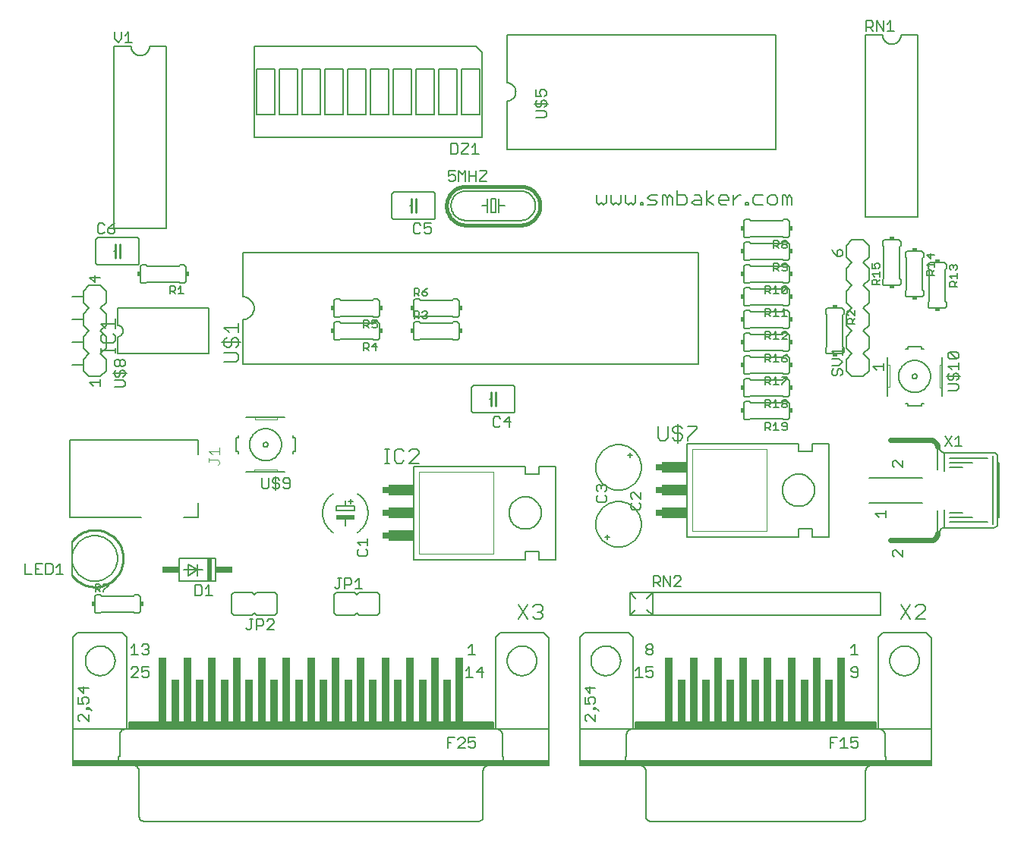
<source format=gto>
G75*
%MOIN*%
%OFA0B0*%
%FSLAX24Y24*%
%IPPOS*%
%LPD*%
%AMOC8*
5,1,8,0,0,1.08239X$1,22.5*
%
%ADD10C,0.0060*%
%ADD11C,0.0070*%
%ADD12C,0.0050*%
%ADD13R,0.0150X0.0200*%
%ADD14C,0.0160*%
%ADD15C,0.0080*%
%ADD16C,0.0040*%
%ADD17R,0.0200X0.1000*%
%ADD18R,0.0750X0.0300*%
%ADD19C,0.0020*%
%ADD20R,0.0250X0.0300*%
%ADD21R,0.1100X0.0500*%
%ADD22R,0.0800X0.0200*%
%ADD23C,0.0100*%
%ADD24R,0.0200X0.0150*%
%ADD25C,0.0240*%
%ADD26R,1.0550X0.0300*%
%ADD27R,1.5450X0.0200*%
%ADD28R,0.0320X0.2850*%
%ADD29R,0.0320X0.1850*%
%ADD30R,1.6000X0.0300*%
%ADD31R,2.0900X0.0200*%
D10*
X002429Y002580D02*
X005479Y002580D01*
X020279Y002580D01*
X023329Y002580D01*
X023329Y002780D01*
X022329Y002780D01*
X021329Y002780D01*
X004429Y002780D01*
X004429Y002980D01*
X004479Y002980D01*
X004479Y003930D01*
X004481Y003960D01*
X004486Y003990D01*
X004495Y004019D01*
X004508Y004046D01*
X004523Y004072D01*
X004542Y004096D01*
X004563Y004117D01*
X004587Y004136D01*
X004613Y004151D01*
X004640Y004164D01*
X004669Y004173D01*
X004699Y004178D01*
X004729Y004180D01*
X004779Y004180D02*
X004429Y004180D01*
X002429Y004180D01*
X002429Y004230D01*
X002429Y008230D01*
X002629Y008430D01*
X004579Y008430D01*
X004779Y008230D01*
X004779Y004180D01*
X004879Y004180D01*
X004879Y004480D01*
X020879Y004480D01*
X020879Y004180D01*
X004879Y004180D01*
X004429Y002780D02*
X003429Y002780D01*
X002429Y002780D01*
X002429Y002980D01*
X002429Y004180D01*
X002429Y002780D02*
X002429Y002580D01*
X005079Y002580D02*
X005109Y002578D01*
X005139Y002573D01*
X005168Y002564D01*
X005195Y002551D01*
X005221Y002536D01*
X005245Y002517D01*
X005266Y002496D01*
X005285Y002472D01*
X005300Y002446D01*
X005313Y002419D01*
X005322Y002390D01*
X005327Y002360D01*
X005329Y002330D01*
X005329Y000330D01*
X005331Y000304D01*
X005336Y000278D01*
X005344Y000253D01*
X005356Y000230D01*
X005370Y000208D01*
X005388Y000189D01*
X005407Y000171D01*
X005429Y000157D01*
X005452Y000145D01*
X005477Y000137D01*
X005503Y000132D01*
X005529Y000130D01*
X005629Y000130D01*
X020129Y000130D01*
X020229Y000130D01*
X020255Y000132D01*
X020281Y000137D01*
X020306Y000145D01*
X020329Y000157D01*
X020351Y000171D01*
X020370Y000189D01*
X020388Y000208D01*
X020402Y000230D01*
X020414Y000253D01*
X020422Y000278D01*
X020427Y000304D01*
X020429Y000330D01*
X020429Y002330D01*
X020431Y002360D01*
X020436Y002390D01*
X020445Y002419D01*
X020458Y002446D01*
X020473Y002472D01*
X020492Y002496D01*
X020513Y002517D01*
X020537Y002536D01*
X020563Y002551D01*
X020590Y002564D01*
X020619Y002573D01*
X020649Y002578D01*
X020679Y002580D01*
X021329Y002780D02*
X021329Y002980D01*
X021279Y002980D01*
X021279Y003930D01*
X021277Y003960D01*
X021272Y003990D01*
X021263Y004019D01*
X021250Y004046D01*
X021235Y004072D01*
X021216Y004096D01*
X021195Y004117D01*
X021171Y004136D01*
X021145Y004151D01*
X021118Y004164D01*
X021089Y004173D01*
X021059Y004178D01*
X021029Y004180D01*
X020979Y004180D02*
X020979Y008230D01*
X021179Y008430D01*
X023079Y008430D01*
X023329Y008180D01*
X023329Y004230D01*
X023329Y004180D01*
X023329Y002980D01*
X023329Y002780D01*
X024679Y002780D02*
X025679Y002780D01*
X026679Y002780D01*
X026679Y002980D01*
X026729Y002980D01*
X026729Y003930D01*
X026731Y003960D01*
X026736Y003990D01*
X026745Y004019D01*
X026758Y004046D01*
X026773Y004072D01*
X026792Y004096D01*
X026813Y004117D01*
X026837Y004136D01*
X026863Y004151D01*
X026890Y004164D01*
X026919Y004173D01*
X026949Y004178D01*
X026979Y004180D01*
X027029Y004180D02*
X027029Y008230D01*
X026829Y008430D01*
X024879Y008430D01*
X024679Y008230D01*
X024679Y004230D01*
X024679Y004180D01*
X026679Y004180D01*
X027029Y004180D01*
X027129Y004180D01*
X027129Y004480D01*
X037679Y004480D01*
X037679Y004180D01*
X027129Y004180D01*
X026679Y002780D02*
X038129Y002780D01*
X038129Y002980D01*
X038079Y002980D01*
X038079Y003930D01*
X038077Y003960D01*
X038072Y003990D01*
X038063Y004019D01*
X038050Y004046D01*
X038035Y004072D01*
X038016Y004096D01*
X037995Y004117D01*
X037971Y004136D01*
X037945Y004151D01*
X037918Y004164D01*
X037889Y004173D01*
X037859Y004178D01*
X037829Y004180D01*
X037779Y004180D02*
X037779Y008230D01*
X037979Y008430D01*
X039879Y008430D01*
X040129Y008180D01*
X040129Y004230D01*
X040129Y004180D01*
X040129Y002980D01*
X040129Y002780D01*
X039129Y002780D01*
X038129Y002780D01*
X037479Y002580D02*
X037449Y002578D01*
X037419Y002573D01*
X037390Y002564D01*
X037363Y002551D01*
X037337Y002536D01*
X037313Y002517D01*
X037292Y002496D01*
X037273Y002472D01*
X037258Y002446D01*
X037245Y002419D01*
X037236Y002390D01*
X037231Y002360D01*
X037229Y002330D01*
X037229Y000330D01*
X037227Y000304D01*
X037222Y000278D01*
X037214Y000253D01*
X037202Y000230D01*
X037188Y000208D01*
X037170Y000189D01*
X037151Y000171D01*
X037129Y000157D01*
X037106Y000145D01*
X037081Y000137D01*
X037055Y000132D01*
X037029Y000130D01*
X036929Y000130D01*
X027879Y000130D01*
X027779Y000130D01*
X027753Y000132D01*
X027727Y000137D01*
X027702Y000145D01*
X027679Y000157D01*
X027657Y000171D01*
X027638Y000189D01*
X027620Y000208D01*
X027606Y000230D01*
X027594Y000253D01*
X027586Y000278D01*
X027581Y000304D01*
X027579Y000330D01*
X027579Y002330D01*
X027577Y002360D01*
X027572Y002390D01*
X027563Y002419D01*
X027550Y002446D01*
X027535Y002472D01*
X027516Y002496D01*
X027495Y002517D01*
X027471Y002536D01*
X027445Y002551D01*
X027418Y002564D01*
X027389Y002573D01*
X027359Y002578D01*
X027329Y002580D01*
X027729Y002580D02*
X024679Y002580D01*
X024679Y002780D01*
X024679Y002980D01*
X024679Y004180D01*
X023329Y004180D02*
X021329Y004180D01*
X020979Y004180D01*
X020879Y004180D01*
X021489Y007180D02*
X021491Y007230D01*
X021497Y007280D01*
X021507Y007330D01*
X021520Y007378D01*
X021537Y007426D01*
X021558Y007472D01*
X021582Y007516D01*
X021610Y007558D01*
X021641Y007598D01*
X021675Y007635D01*
X021712Y007670D01*
X021751Y007701D01*
X021792Y007730D01*
X021836Y007755D01*
X021882Y007777D01*
X021929Y007795D01*
X021977Y007809D01*
X022026Y007820D01*
X022076Y007827D01*
X022126Y007830D01*
X022177Y007829D01*
X022227Y007824D01*
X022277Y007815D01*
X022325Y007803D01*
X022373Y007786D01*
X022419Y007766D01*
X022464Y007743D01*
X022507Y007716D01*
X022547Y007686D01*
X022585Y007653D01*
X022620Y007617D01*
X022653Y007578D01*
X022682Y007537D01*
X022708Y007494D01*
X022731Y007449D01*
X022750Y007402D01*
X022765Y007354D01*
X022777Y007305D01*
X022785Y007255D01*
X022789Y007205D01*
X022789Y007155D01*
X022785Y007105D01*
X022777Y007055D01*
X022765Y007006D01*
X022750Y006958D01*
X022731Y006911D01*
X022708Y006866D01*
X022682Y006823D01*
X022653Y006782D01*
X022620Y006743D01*
X022585Y006707D01*
X022547Y006674D01*
X022507Y006644D01*
X022464Y006617D01*
X022419Y006594D01*
X022373Y006574D01*
X022325Y006557D01*
X022277Y006545D01*
X022227Y006536D01*
X022177Y006531D01*
X022126Y006530D01*
X022076Y006533D01*
X022026Y006540D01*
X021977Y006551D01*
X021929Y006565D01*
X021882Y006583D01*
X021836Y006605D01*
X021792Y006630D01*
X021751Y006659D01*
X021712Y006690D01*
X021675Y006725D01*
X021641Y006762D01*
X021610Y006802D01*
X021582Y006844D01*
X021558Y006888D01*
X021537Y006934D01*
X021520Y006982D01*
X021507Y007030D01*
X021497Y007080D01*
X021491Y007130D01*
X021489Y007180D01*
X025169Y007180D02*
X025171Y007230D01*
X025177Y007280D01*
X025187Y007330D01*
X025200Y007378D01*
X025217Y007426D01*
X025238Y007472D01*
X025262Y007516D01*
X025290Y007558D01*
X025321Y007598D01*
X025355Y007635D01*
X025392Y007670D01*
X025431Y007701D01*
X025472Y007730D01*
X025516Y007755D01*
X025562Y007777D01*
X025609Y007795D01*
X025657Y007809D01*
X025706Y007820D01*
X025756Y007827D01*
X025806Y007830D01*
X025857Y007829D01*
X025907Y007824D01*
X025957Y007815D01*
X026005Y007803D01*
X026053Y007786D01*
X026099Y007766D01*
X026144Y007743D01*
X026187Y007716D01*
X026227Y007686D01*
X026265Y007653D01*
X026300Y007617D01*
X026333Y007578D01*
X026362Y007537D01*
X026388Y007494D01*
X026411Y007449D01*
X026430Y007402D01*
X026445Y007354D01*
X026457Y007305D01*
X026465Y007255D01*
X026469Y007205D01*
X026469Y007155D01*
X026465Y007105D01*
X026457Y007055D01*
X026445Y007006D01*
X026430Y006958D01*
X026411Y006911D01*
X026388Y006866D01*
X026362Y006823D01*
X026333Y006782D01*
X026300Y006743D01*
X026265Y006707D01*
X026227Y006674D01*
X026187Y006644D01*
X026144Y006617D01*
X026099Y006594D01*
X026053Y006574D01*
X026005Y006557D01*
X025957Y006545D01*
X025907Y006536D01*
X025857Y006531D01*
X025806Y006530D01*
X025756Y006533D01*
X025706Y006540D01*
X025657Y006551D01*
X025609Y006565D01*
X025562Y006583D01*
X025516Y006605D01*
X025472Y006630D01*
X025431Y006659D01*
X025392Y006690D01*
X025355Y006725D01*
X025321Y006762D01*
X025290Y006802D01*
X025262Y006844D01*
X025238Y006888D01*
X025217Y006934D01*
X025200Y006982D01*
X025187Y007030D01*
X025177Y007080D01*
X025171Y007130D01*
X025169Y007180D01*
X026879Y009180D02*
X027879Y009180D01*
X037879Y009180D01*
X037879Y010180D01*
X027879Y010180D01*
X026879Y010180D01*
X027129Y009930D01*
X026879Y010180D02*
X026879Y009180D01*
X027129Y009430D01*
X027629Y009430D02*
X027879Y009180D01*
X027879Y010180D01*
X027629Y009930D01*
X025879Y012530D02*
X025879Y012630D01*
X025779Y012630D01*
X025879Y012630D02*
X025879Y012730D01*
X025879Y012630D02*
X025979Y012630D01*
X025379Y013180D02*
X025381Y013243D01*
X025387Y013305D01*
X025397Y013367D01*
X025410Y013429D01*
X025428Y013489D01*
X025449Y013548D01*
X025474Y013606D01*
X025503Y013662D01*
X025535Y013716D01*
X025570Y013768D01*
X025608Y013817D01*
X025650Y013865D01*
X025694Y013909D01*
X025742Y013951D01*
X025791Y013989D01*
X025843Y014024D01*
X025897Y014056D01*
X025953Y014085D01*
X026011Y014110D01*
X026070Y014131D01*
X026130Y014149D01*
X026192Y014162D01*
X026254Y014172D01*
X026316Y014178D01*
X026379Y014180D01*
X026442Y014178D01*
X026504Y014172D01*
X026566Y014162D01*
X026628Y014149D01*
X026688Y014131D01*
X026747Y014110D01*
X026805Y014085D01*
X026861Y014056D01*
X026915Y014024D01*
X026967Y013989D01*
X027016Y013951D01*
X027064Y013909D01*
X027108Y013865D01*
X027150Y013817D01*
X027188Y013768D01*
X027223Y013716D01*
X027255Y013662D01*
X027284Y013606D01*
X027309Y013548D01*
X027330Y013489D01*
X027348Y013429D01*
X027361Y013367D01*
X027371Y013305D01*
X027377Y013243D01*
X027379Y013180D01*
X027377Y013117D01*
X027371Y013055D01*
X027361Y012993D01*
X027348Y012931D01*
X027330Y012871D01*
X027309Y012812D01*
X027284Y012754D01*
X027255Y012698D01*
X027223Y012644D01*
X027188Y012592D01*
X027150Y012543D01*
X027108Y012495D01*
X027064Y012451D01*
X027016Y012409D01*
X026967Y012371D01*
X026915Y012336D01*
X026861Y012304D01*
X026805Y012275D01*
X026747Y012250D01*
X026688Y012229D01*
X026628Y012211D01*
X026566Y012198D01*
X026504Y012188D01*
X026442Y012182D01*
X026379Y012180D01*
X026316Y012182D01*
X026254Y012188D01*
X026192Y012198D01*
X026130Y012211D01*
X026070Y012229D01*
X026011Y012250D01*
X025953Y012275D01*
X025897Y012304D01*
X025843Y012336D01*
X025791Y012371D01*
X025742Y012409D01*
X025694Y012451D01*
X025650Y012495D01*
X025608Y012543D01*
X025570Y012592D01*
X025535Y012644D01*
X025503Y012698D01*
X025474Y012754D01*
X025449Y012812D01*
X025428Y012871D01*
X025410Y012931D01*
X025397Y012993D01*
X025387Y013055D01*
X025381Y013117D01*
X025379Y013180D01*
X023629Y011630D02*
X022879Y011630D01*
X022879Y011980D01*
X022279Y011980D01*
X022279Y011630D01*
X017379Y011630D01*
X017379Y015730D01*
X022279Y015730D01*
X022279Y015380D01*
X022879Y015380D01*
X022879Y015730D01*
X023629Y015730D01*
X023629Y011630D01*
X021569Y013680D02*
X021571Y013733D01*
X021577Y013786D01*
X021587Y013838D01*
X021601Y013889D01*
X021618Y013939D01*
X021639Y013988D01*
X021664Y014035D01*
X021692Y014080D01*
X021724Y014123D01*
X021759Y014163D01*
X021796Y014200D01*
X021836Y014235D01*
X021879Y014267D01*
X021924Y014295D01*
X021971Y014320D01*
X022020Y014341D01*
X022070Y014358D01*
X022121Y014372D01*
X022173Y014382D01*
X022226Y014388D01*
X022279Y014390D01*
X022332Y014388D01*
X022385Y014382D01*
X022437Y014372D01*
X022488Y014358D01*
X022538Y014341D01*
X022587Y014320D01*
X022634Y014295D01*
X022679Y014267D01*
X022722Y014235D01*
X022762Y014200D01*
X022799Y014163D01*
X022834Y014123D01*
X022866Y014080D01*
X022894Y014035D01*
X022919Y013988D01*
X022940Y013939D01*
X022957Y013889D01*
X022971Y013838D01*
X022981Y013786D01*
X022987Y013733D01*
X022989Y013680D01*
X022987Y013627D01*
X022981Y013574D01*
X022971Y013522D01*
X022957Y013471D01*
X022940Y013421D01*
X022919Y013372D01*
X022894Y013325D01*
X022866Y013280D01*
X022834Y013237D01*
X022799Y013197D01*
X022762Y013160D01*
X022722Y013125D01*
X022679Y013093D01*
X022634Y013065D01*
X022587Y013040D01*
X022538Y013019D01*
X022488Y013002D01*
X022437Y012988D01*
X022385Y012978D01*
X022332Y012972D01*
X022279Y012970D01*
X022226Y012972D01*
X022173Y012978D01*
X022121Y012988D01*
X022070Y013002D01*
X022020Y013019D01*
X021971Y013040D01*
X021924Y013065D01*
X021879Y013093D01*
X021836Y013125D01*
X021796Y013160D01*
X021759Y013197D01*
X021724Y013237D01*
X021692Y013280D01*
X021664Y013325D01*
X021639Y013372D01*
X021618Y013421D01*
X021601Y013471D01*
X021587Y013522D01*
X021577Y013574D01*
X021571Y013627D01*
X021569Y013680D01*
X025379Y015680D02*
X025381Y015743D01*
X025387Y015805D01*
X025397Y015867D01*
X025410Y015929D01*
X025428Y015989D01*
X025449Y016048D01*
X025474Y016106D01*
X025503Y016162D01*
X025535Y016216D01*
X025570Y016268D01*
X025608Y016317D01*
X025650Y016365D01*
X025694Y016409D01*
X025742Y016451D01*
X025791Y016489D01*
X025843Y016524D01*
X025897Y016556D01*
X025953Y016585D01*
X026011Y016610D01*
X026070Y016631D01*
X026130Y016649D01*
X026192Y016662D01*
X026254Y016672D01*
X026316Y016678D01*
X026379Y016680D01*
X026442Y016678D01*
X026504Y016672D01*
X026566Y016662D01*
X026628Y016649D01*
X026688Y016631D01*
X026747Y016610D01*
X026805Y016585D01*
X026861Y016556D01*
X026915Y016524D01*
X026967Y016489D01*
X027016Y016451D01*
X027064Y016409D01*
X027108Y016365D01*
X027150Y016317D01*
X027188Y016268D01*
X027223Y016216D01*
X027255Y016162D01*
X027284Y016106D01*
X027309Y016048D01*
X027330Y015989D01*
X027348Y015929D01*
X027361Y015867D01*
X027371Y015805D01*
X027377Y015743D01*
X027379Y015680D01*
X027377Y015617D01*
X027371Y015555D01*
X027361Y015493D01*
X027348Y015431D01*
X027330Y015371D01*
X027309Y015312D01*
X027284Y015254D01*
X027255Y015198D01*
X027223Y015144D01*
X027188Y015092D01*
X027150Y015043D01*
X027108Y014995D01*
X027064Y014951D01*
X027016Y014909D01*
X026967Y014871D01*
X026915Y014836D01*
X026861Y014804D01*
X026805Y014775D01*
X026747Y014750D01*
X026688Y014729D01*
X026628Y014711D01*
X026566Y014698D01*
X026504Y014688D01*
X026442Y014682D01*
X026379Y014680D01*
X026316Y014682D01*
X026254Y014688D01*
X026192Y014698D01*
X026130Y014711D01*
X026070Y014729D01*
X026011Y014750D01*
X025953Y014775D01*
X025897Y014804D01*
X025843Y014836D01*
X025791Y014871D01*
X025742Y014909D01*
X025694Y014951D01*
X025650Y014995D01*
X025608Y015043D01*
X025570Y015092D01*
X025535Y015144D01*
X025503Y015198D01*
X025474Y015254D01*
X025449Y015312D01*
X025428Y015371D01*
X025410Y015431D01*
X025397Y015493D01*
X025387Y015555D01*
X025381Y015617D01*
X025379Y015680D01*
X026779Y016230D02*
X026879Y016230D01*
X026979Y016230D01*
X026879Y016230D02*
X026879Y016130D01*
X026879Y016230D02*
X026879Y016330D01*
X029379Y016730D02*
X034279Y016730D01*
X034279Y016380D01*
X034879Y016380D01*
X034879Y016730D01*
X035629Y016730D01*
X035629Y012630D01*
X034879Y012630D01*
X034879Y012980D01*
X034279Y012980D01*
X034279Y012630D01*
X029379Y012630D01*
X029379Y016730D01*
X031879Y017880D02*
X031879Y018480D01*
X031881Y018497D01*
X031885Y018514D01*
X031892Y018530D01*
X031902Y018544D01*
X031915Y018557D01*
X031929Y018567D01*
X031945Y018574D01*
X031962Y018578D01*
X031979Y018580D01*
X032129Y018580D01*
X032179Y018530D01*
X033579Y018530D01*
X033629Y018580D01*
X033779Y018580D01*
X033796Y018578D01*
X033813Y018574D01*
X033829Y018567D01*
X033843Y018557D01*
X033856Y018544D01*
X033866Y018530D01*
X033873Y018514D01*
X033877Y018497D01*
X033879Y018480D01*
X033879Y017880D01*
X033877Y017863D01*
X033873Y017846D01*
X033866Y017830D01*
X033856Y017816D01*
X033843Y017803D01*
X033829Y017793D01*
X033813Y017786D01*
X033796Y017782D01*
X033779Y017780D01*
X033629Y017780D01*
X033579Y017830D01*
X032179Y017830D01*
X032129Y017780D01*
X031979Y017780D01*
X031962Y017782D01*
X031945Y017786D01*
X031929Y017793D01*
X031915Y017803D01*
X031902Y017816D01*
X031892Y017830D01*
X031885Y017846D01*
X031881Y017863D01*
X031879Y017880D01*
X031979Y018780D02*
X032129Y018780D01*
X032179Y018830D01*
X033579Y018830D01*
X033629Y018780D01*
X033779Y018780D01*
X033796Y018782D01*
X033813Y018786D01*
X033829Y018793D01*
X033843Y018803D01*
X033856Y018816D01*
X033866Y018830D01*
X033873Y018846D01*
X033877Y018863D01*
X033879Y018880D01*
X033879Y019480D01*
X033877Y019497D01*
X033873Y019514D01*
X033866Y019530D01*
X033856Y019544D01*
X033843Y019557D01*
X033829Y019567D01*
X033813Y019574D01*
X033796Y019578D01*
X033779Y019580D01*
X033629Y019580D01*
X033579Y019530D01*
X032179Y019530D01*
X032129Y019580D01*
X031979Y019580D01*
X031962Y019578D01*
X031945Y019574D01*
X031929Y019567D01*
X031915Y019557D01*
X031902Y019544D01*
X031892Y019530D01*
X031885Y019514D01*
X031881Y019497D01*
X031879Y019480D01*
X031879Y018880D01*
X031881Y018863D01*
X031885Y018846D01*
X031892Y018830D01*
X031902Y018816D01*
X031915Y018803D01*
X031929Y018793D01*
X031945Y018786D01*
X031962Y018782D01*
X031979Y018780D01*
X031979Y019780D02*
X032129Y019780D01*
X032179Y019830D01*
X033579Y019830D01*
X033629Y019780D01*
X033779Y019780D01*
X033796Y019782D01*
X033813Y019786D01*
X033829Y019793D01*
X033843Y019803D01*
X033856Y019816D01*
X033866Y019830D01*
X033873Y019846D01*
X033877Y019863D01*
X033879Y019880D01*
X033879Y020480D01*
X033877Y020497D01*
X033873Y020514D01*
X033866Y020530D01*
X033856Y020544D01*
X033843Y020557D01*
X033829Y020567D01*
X033813Y020574D01*
X033796Y020578D01*
X033779Y020580D01*
X033629Y020580D01*
X033579Y020530D01*
X032179Y020530D01*
X032129Y020580D01*
X031979Y020580D01*
X031962Y020578D01*
X031945Y020574D01*
X031929Y020567D01*
X031915Y020557D01*
X031902Y020544D01*
X031892Y020530D01*
X031885Y020514D01*
X031881Y020497D01*
X031879Y020480D01*
X031879Y019880D01*
X031881Y019863D01*
X031885Y019846D01*
X031892Y019830D01*
X031902Y019816D01*
X031915Y019803D01*
X031929Y019793D01*
X031945Y019786D01*
X031962Y019782D01*
X031979Y019780D01*
X031979Y020780D02*
X032129Y020780D01*
X032179Y020830D01*
X033579Y020830D01*
X033629Y020780D01*
X033779Y020780D01*
X033796Y020782D01*
X033813Y020786D01*
X033829Y020793D01*
X033843Y020803D01*
X033856Y020816D01*
X033866Y020830D01*
X033873Y020846D01*
X033877Y020863D01*
X033879Y020880D01*
X033879Y021480D01*
X033877Y021497D01*
X033873Y021514D01*
X033866Y021530D01*
X033856Y021544D01*
X033843Y021557D01*
X033829Y021567D01*
X033813Y021574D01*
X033796Y021578D01*
X033779Y021580D01*
X033629Y021580D01*
X033579Y021530D01*
X032179Y021530D01*
X032129Y021580D01*
X031979Y021580D01*
X031962Y021578D01*
X031945Y021574D01*
X031929Y021567D01*
X031915Y021557D01*
X031902Y021544D01*
X031892Y021530D01*
X031885Y021514D01*
X031881Y021497D01*
X031879Y021480D01*
X031879Y020880D01*
X031881Y020863D01*
X031885Y020846D01*
X031892Y020830D01*
X031902Y020816D01*
X031915Y020803D01*
X031929Y020793D01*
X031945Y020786D01*
X031962Y020782D01*
X031979Y020780D01*
X031979Y021780D02*
X032129Y021780D01*
X032179Y021830D01*
X033579Y021830D01*
X033629Y021780D01*
X033779Y021780D01*
X033796Y021782D01*
X033813Y021786D01*
X033829Y021793D01*
X033843Y021803D01*
X033856Y021816D01*
X033866Y021830D01*
X033873Y021846D01*
X033877Y021863D01*
X033879Y021880D01*
X033879Y022480D01*
X033877Y022497D01*
X033873Y022514D01*
X033866Y022530D01*
X033856Y022544D01*
X033843Y022557D01*
X033829Y022567D01*
X033813Y022574D01*
X033796Y022578D01*
X033779Y022580D01*
X033629Y022580D01*
X033579Y022530D01*
X032179Y022530D01*
X032129Y022580D01*
X031979Y022580D01*
X031962Y022578D01*
X031945Y022574D01*
X031929Y022567D01*
X031915Y022557D01*
X031902Y022544D01*
X031892Y022530D01*
X031885Y022514D01*
X031881Y022497D01*
X031879Y022480D01*
X031879Y021880D01*
X031881Y021863D01*
X031885Y021846D01*
X031892Y021830D01*
X031902Y021816D01*
X031915Y021803D01*
X031929Y021793D01*
X031945Y021786D01*
X031962Y021782D01*
X031979Y021780D01*
X031979Y022780D02*
X032129Y022780D01*
X032179Y022830D01*
X033579Y022830D01*
X033629Y022780D01*
X033779Y022780D01*
X033796Y022782D01*
X033813Y022786D01*
X033829Y022793D01*
X033843Y022803D01*
X033856Y022816D01*
X033866Y022830D01*
X033873Y022846D01*
X033877Y022863D01*
X033879Y022880D01*
X033879Y023480D01*
X033877Y023497D01*
X033873Y023514D01*
X033866Y023530D01*
X033856Y023544D01*
X033843Y023557D01*
X033829Y023567D01*
X033813Y023574D01*
X033796Y023578D01*
X033779Y023580D01*
X033629Y023580D01*
X033579Y023530D01*
X032179Y023530D01*
X032129Y023580D01*
X031979Y023580D01*
X031962Y023578D01*
X031945Y023574D01*
X031929Y023567D01*
X031915Y023557D01*
X031902Y023544D01*
X031892Y023530D01*
X031885Y023514D01*
X031881Y023497D01*
X031879Y023480D01*
X031879Y022880D01*
X031881Y022863D01*
X031885Y022846D01*
X031892Y022830D01*
X031902Y022816D01*
X031915Y022803D01*
X031929Y022793D01*
X031945Y022786D01*
X031962Y022782D01*
X031979Y022780D01*
X031979Y023780D02*
X032129Y023780D01*
X032179Y023830D01*
X033579Y023830D01*
X033629Y023780D01*
X033779Y023780D01*
X033796Y023782D01*
X033813Y023786D01*
X033829Y023793D01*
X033843Y023803D01*
X033856Y023816D01*
X033866Y023830D01*
X033873Y023846D01*
X033877Y023863D01*
X033879Y023880D01*
X033879Y024480D01*
X033877Y024497D01*
X033873Y024514D01*
X033866Y024530D01*
X033856Y024544D01*
X033843Y024557D01*
X033829Y024567D01*
X033813Y024574D01*
X033796Y024578D01*
X033779Y024580D01*
X033629Y024580D01*
X033579Y024530D01*
X032179Y024530D01*
X032129Y024580D01*
X031979Y024580D01*
X031962Y024578D01*
X031945Y024574D01*
X031929Y024567D01*
X031915Y024557D01*
X031902Y024544D01*
X031892Y024530D01*
X031885Y024514D01*
X031881Y024497D01*
X031879Y024480D01*
X031879Y023880D01*
X031881Y023863D01*
X031885Y023846D01*
X031892Y023830D01*
X031902Y023816D01*
X031915Y023803D01*
X031929Y023793D01*
X031945Y023786D01*
X031962Y023782D01*
X031979Y023780D01*
X031979Y024780D02*
X032129Y024780D01*
X032179Y024830D01*
X033579Y024830D01*
X033629Y024780D01*
X033779Y024780D01*
X033796Y024782D01*
X033813Y024786D01*
X033829Y024793D01*
X033843Y024803D01*
X033856Y024816D01*
X033866Y024830D01*
X033873Y024846D01*
X033877Y024863D01*
X033879Y024880D01*
X033879Y025480D01*
X033877Y025497D01*
X033873Y025514D01*
X033866Y025530D01*
X033856Y025544D01*
X033843Y025557D01*
X033829Y025567D01*
X033813Y025574D01*
X033796Y025578D01*
X033779Y025580D01*
X033629Y025580D01*
X033579Y025530D01*
X032179Y025530D01*
X032129Y025580D01*
X031979Y025580D01*
X031962Y025578D01*
X031945Y025574D01*
X031929Y025567D01*
X031915Y025557D01*
X031902Y025544D01*
X031892Y025530D01*
X031885Y025514D01*
X031881Y025497D01*
X031879Y025480D01*
X031879Y024880D01*
X031881Y024863D01*
X031885Y024846D01*
X031892Y024830D01*
X031902Y024816D01*
X031915Y024803D01*
X031929Y024793D01*
X031945Y024786D01*
X031962Y024782D01*
X031979Y024780D01*
X031979Y025780D02*
X032129Y025780D01*
X032179Y025830D01*
X033579Y025830D01*
X033629Y025780D01*
X033779Y025780D01*
X033796Y025782D01*
X033813Y025786D01*
X033829Y025793D01*
X033843Y025803D01*
X033856Y025816D01*
X033866Y025830D01*
X033873Y025846D01*
X033877Y025863D01*
X033879Y025880D01*
X033879Y026480D01*
X033877Y026497D01*
X033873Y026514D01*
X033866Y026530D01*
X033856Y026544D01*
X033843Y026557D01*
X033829Y026567D01*
X033813Y026574D01*
X033796Y026578D01*
X033779Y026580D01*
X033629Y026580D01*
X033579Y026530D01*
X032179Y026530D01*
X032129Y026580D01*
X031979Y026580D01*
X031962Y026578D01*
X031945Y026574D01*
X031929Y026567D01*
X031915Y026557D01*
X031902Y026544D01*
X031892Y026530D01*
X031885Y026514D01*
X031881Y026497D01*
X031879Y026480D01*
X031879Y025880D01*
X031881Y025863D01*
X031885Y025846D01*
X031892Y025830D01*
X031902Y025816D01*
X031915Y025803D01*
X031929Y025793D01*
X031945Y025786D01*
X031962Y025782D01*
X031979Y025780D01*
X031962Y027210D02*
X032069Y027210D01*
X032069Y027317D01*
X031962Y027317D01*
X031962Y027210D01*
X032284Y027317D02*
X032284Y027530D01*
X032391Y027637D01*
X032711Y027637D01*
X032929Y027530D02*
X032929Y027317D01*
X033036Y027210D01*
X033249Y027210D01*
X033356Y027317D01*
X033356Y027530D01*
X033249Y027637D01*
X033036Y027637D01*
X032929Y027530D01*
X032711Y027210D02*
X032391Y027210D01*
X032284Y027317D01*
X031745Y027637D02*
X031638Y027637D01*
X031425Y027424D01*
X031425Y027637D02*
X031425Y027210D01*
X031207Y027424D02*
X030780Y027424D01*
X030780Y027530D02*
X030887Y027637D01*
X031101Y027637D01*
X031207Y027530D01*
X031207Y027424D01*
X031101Y027210D02*
X030887Y027210D01*
X030780Y027317D01*
X030780Y027530D01*
X030564Y027637D02*
X030243Y027424D01*
X030564Y027210D01*
X030243Y027210D02*
X030243Y027851D01*
X030026Y027530D02*
X029919Y027637D01*
X029705Y027637D01*
X029705Y027424D02*
X030026Y027424D01*
X030026Y027530D02*
X030026Y027210D01*
X029705Y027210D01*
X029599Y027317D01*
X029705Y027424D01*
X029381Y027530D02*
X029381Y027317D01*
X029274Y027210D01*
X028954Y027210D01*
X028954Y027851D01*
X028954Y027637D02*
X029274Y027637D01*
X029381Y027530D01*
X028737Y027530D02*
X028737Y027210D01*
X028523Y027210D02*
X028523Y027530D01*
X028630Y027637D01*
X028737Y027530D01*
X028523Y027530D02*
X028416Y027637D01*
X028310Y027637D01*
X028310Y027210D01*
X028092Y027317D02*
X027985Y027424D01*
X027772Y027424D01*
X027665Y027530D01*
X027772Y027637D01*
X028092Y027637D01*
X028092Y027317D02*
X027985Y027210D01*
X027665Y027210D01*
X027450Y027210D02*
X027343Y027210D01*
X027343Y027317D01*
X027450Y027317D01*
X027450Y027210D01*
X027125Y027317D02*
X027125Y027637D01*
X027125Y027317D02*
X027019Y027210D01*
X026912Y027317D01*
X026805Y027210D01*
X026698Y027317D01*
X026698Y027637D01*
X026481Y027637D02*
X026481Y027317D01*
X026374Y027210D01*
X026267Y027317D01*
X026160Y027210D01*
X026054Y027317D01*
X026054Y027637D01*
X025836Y027637D02*
X025836Y027317D01*
X025729Y027210D01*
X025623Y027317D01*
X025516Y027210D01*
X025409Y027317D01*
X025409Y027637D01*
X022079Y027830D02*
X019679Y027830D01*
X019629Y027828D01*
X019580Y027822D01*
X019531Y027813D01*
X019483Y027800D01*
X019436Y027783D01*
X019391Y027763D01*
X019347Y027739D01*
X019305Y027712D01*
X019265Y027681D01*
X019228Y027648D01*
X019194Y027612D01*
X019162Y027574D01*
X019133Y027533D01*
X019108Y027491D01*
X019086Y027446D01*
X019067Y027400D01*
X019052Y027352D01*
X019041Y027304D01*
X019033Y027255D01*
X019029Y027205D01*
X019029Y027155D01*
X019033Y027105D01*
X019041Y027056D01*
X019052Y027008D01*
X019067Y026960D01*
X019086Y026914D01*
X019108Y026869D01*
X019133Y026827D01*
X019162Y026786D01*
X019194Y026748D01*
X019228Y026712D01*
X019265Y026679D01*
X019305Y026648D01*
X019347Y026621D01*
X019391Y026597D01*
X019436Y026577D01*
X019483Y026560D01*
X019531Y026547D01*
X019580Y026538D01*
X019629Y026532D01*
X019679Y026530D01*
X022079Y026530D01*
X022129Y026532D01*
X022178Y026538D01*
X022227Y026547D01*
X022275Y026560D01*
X022322Y026577D01*
X022367Y026597D01*
X022411Y026621D01*
X022453Y026648D01*
X022493Y026679D01*
X022530Y026712D01*
X022564Y026748D01*
X022596Y026786D01*
X022625Y026827D01*
X022650Y026869D01*
X022672Y026914D01*
X022691Y026960D01*
X022706Y027008D01*
X022717Y027056D01*
X022725Y027105D01*
X022729Y027155D01*
X022729Y027205D01*
X022725Y027255D01*
X022717Y027304D01*
X022706Y027352D01*
X022691Y027400D01*
X022672Y027446D01*
X022650Y027491D01*
X022625Y027533D01*
X022596Y027574D01*
X022564Y027612D01*
X022530Y027648D01*
X022493Y027681D01*
X022453Y027712D01*
X022411Y027739D01*
X022367Y027763D01*
X022322Y027783D01*
X022275Y027800D01*
X022227Y027813D01*
X022178Y027822D01*
X022129Y027828D01*
X022079Y027830D01*
X021379Y027180D02*
X021129Y027180D01*
X021129Y026880D01*
X020979Y026880D02*
X020779Y026880D01*
X020779Y027480D01*
X020979Y027480D01*
X020979Y026880D01*
X021129Y027180D02*
X021129Y027480D01*
X020629Y027480D02*
X020629Y027180D01*
X020379Y027180D01*
X020629Y027180D02*
X020629Y026880D01*
X018329Y026680D02*
X018329Y027680D01*
X018327Y027697D01*
X018323Y027714D01*
X018316Y027730D01*
X018306Y027744D01*
X018293Y027757D01*
X018279Y027767D01*
X018263Y027774D01*
X018246Y027778D01*
X018229Y027780D01*
X016529Y027780D01*
X016512Y027778D01*
X016495Y027774D01*
X016479Y027767D01*
X016465Y027757D01*
X016452Y027744D01*
X016442Y027730D01*
X016435Y027714D01*
X016431Y027697D01*
X016429Y027680D01*
X016429Y026680D01*
X016431Y026663D01*
X016435Y026646D01*
X016442Y026630D01*
X016452Y026616D01*
X016465Y026603D01*
X016479Y026593D01*
X016495Y026586D01*
X016512Y026582D01*
X016529Y026580D01*
X018229Y026580D01*
X018246Y026582D01*
X018263Y026586D01*
X018279Y026593D01*
X018293Y026603D01*
X018306Y026616D01*
X018316Y026630D01*
X018323Y026646D01*
X018327Y026663D01*
X018329Y026680D01*
X017529Y027180D02*
X017479Y027180D01*
X017279Y027180D02*
X017229Y027180D01*
X020379Y030180D02*
X010379Y030180D01*
X010379Y034180D01*
X020129Y034180D01*
X020379Y033930D01*
X020379Y030180D01*
X020279Y031180D02*
X019479Y031180D01*
X019479Y033180D01*
X020279Y033180D01*
X020279Y031180D01*
X019279Y031180D02*
X019279Y033180D01*
X018479Y033180D01*
X018479Y031180D01*
X019279Y031180D01*
X018279Y031180D02*
X018279Y033180D01*
X017479Y033180D01*
X017479Y031180D01*
X018279Y031180D01*
X017279Y031180D02*
X016479Y031180D01*
X016479Y033180D01*
X017279Y033180D01*
X017279Y031180D01*
X016279Y031180D02*
X015479Y031180D01*
X015479Y033180D01*
X016279Y033180D01*
X016279Y031180D01*
X015279Y031180D02*
X014479Y031180D01*
X014479Y033180D01*
X015279Y033180D01*
X015279Y031180D01*
X014279Y031180D02*
X013479Y031180D01*
X013479Y033180D01*
X014279Y033180D01*
X014279Y031180D01*
X013279Y031180D02*
X012479Y031180D01*
X012479Y033180D01*
X013279Y033180D01*
X013279Y031180D01*
X012279Y031180D02*
X011479Y031180D01*
X011479Y033180D01*
X012279Y033180D01*
X012279Y031180D01*
X011279Y031180D02*
X010479Y031180D01*
X010479Y033180D01*
X011279Y033180D01*
X011279Y031180D01*
X006529Y034180D02*
X005779Y034180D01*
X005777Y034141D01*
X005771Y034102D01*
X005762Y034064D01*
X005749Y034027D01*
X005732Y033991D01*
X005712Y033958D01*
X005688Y033926D01*
X005662Y033897D01*
X005633Y033871D01*
X005601Y033847D01*
X005568Y033827D01*
X005532Y033810D01*
X005495Y033797D01*
X005457Y033788D01*
X005418Y033782D01*
X005379Y033780D01*
X005340Y033782D01*
X005301Y033788D01*
X005263Y033797D01*
X005226Y033810D01*
X005190Y033827D01*
X005157Y033847D01*
X005125Y033871D01*
X005096Y033897D01*
X005070Y033926D01*
X005046Y033958D01*
X005026Y033991D01*
X005009Y034027D01*
X004996Y034064D01*
X004987Y034102D01*
X004981Y034141D01*
X004979Y034180D01*
X004229Y034180D01*
X004229Y026180D01*
X006529Y026180D01*
X006529Y034180D01*
X005229Y025780D02*
X003529Y025780D01*
X003512Y025778D01*
X003495Y025774D01*
X003479Y025767D01*
X003465Y025757D01*
X003452Y025744D01*
X003442Y025730D01*
X003435Y025714D01*
X003431Y025697D01*
X003429Y025680D01*
X003429Y024680D01*
X003431Y024663D01*
X003435Y024646D01*
X003442Y024630D01*
X003452Y024616D01*
X003465Y024603D01*
X003479Y024593D01*
X003495Y024586D01*
X003512Y024582D01*
X003529Y024580D01*
X005229Y024580D01*
X005246Y024582D01*
X005263Y024586D01*
X005279Y024593D01*
X005293Y024603D01*
X005306Y024616D01*
X005316Y024630D01*
X005323Y024646D01*
X005327Y024663D01*
X005329Y024680D01*
X005329Y025680D01*
X005327Y025697D01*
X005323Y025714D01*
X005316Y025730D01*
X005306Y025744D01*
X005293Y025757D01*
X005279Y025767D01*
X005263Y025774D01*
X005246Y025778D01*
X005229Y025780D01*
X004529Y025180D02*
X004479Y025180D01*
X004279Y025180D02*
X004229Y025180D01*
X005379Y024480D02*
X005379Y023880D01*
X005381Y023863D01*
X005385Y023846D01*
X005392Y023830D01*
X005402Y023816D01*
X005415Y023803D01*
X005429Y023793D01*
X005445Y023786D01*
X005462Y023782D01*
X005479Y023780D01*
X005629Y023780D01*
X005679Y023830D01*
X007079Y023830D01*
X007129Y023780D01*
X007279Y023780D01*
X007296Y023782D01*
X007313Y023786D01*
X007329Y023793D01*
X007343Y023803D01*
X007356Y023816D01*
X007366Y023830D01*
X007373Y023846D01*
X007377Y023863D01*
X007379Y023880D01*
X007379Y024480D01*
X007377Y024497D01*
X007373Y024514D01*
X007366Y024530D01*
X007356Y024544D01*
X007343Y024557D01*
X007329Y024567D01*
X007313Y024574D01*
X007296Y024578D01*
X007279Y024580D01*
X007129Y024580D01*
X007079Y024530D01*
X005679Y024530D01*
X005629Y024580D01*
X005479Y024580D01*
X005462Y024578D01*
X005445Y024574D01*
X005429Y024567D01*
X005415Y024557D01*
X005402Y024544D01*
X005392Y024530D01*
X005385Y024514D01*
X005381Y024497D01*
X005379Y024480D01*
X003879Y023430D02*
X003879Y022930D01*
X003629Y022680D01*
X003879Y022430D01*
X003879Y021930D01*
X003629Y021680D01*
X003879Y021430D01*
X003879Y020930D01*
X003629Y020680D01*
X003879Y020430D01*
X003879Y019930D01*
X003629Y019680D01*
X003129Y019680D01*
X002879Y019930D01*
X002879Y020180D01*
X002879Y020430D01*
X003129Y020680D01*
X002879Y020930D01*
X002879Y021180D01*
X002879Y021430D01*
X003129Y021680D01*
X002879Y021930D01*
X002879Y022180D01*
X002879Y022430D01*
X003129Y022680D01*
X002879Y022930D01*
X002879Y023180D01*
X002879Y023430D01*
X003129Y023680D01*
X003629Y023680D01*
X003879Y023430D01*
X004379Y022680D02*
X004379Y021930D01*
X004409Y021928D01*
X004439Y021923D01*
X004468Y021914D01*
X004495Y021901D01*
X004521Y021886D01*
X004545Y021867D01*
X004566Y021846D01*
X004585Y021822D01*
X004600Y021796D01*
X004613Y021769D01*
X004622Y021740D01*
X004627Y021710D01*
X004629Y021680D01*
X004627Y021650D01*
X004622Y021620D01*
X004613Y021591D01*
X004600Y021564D01*
X004585Y021538D01*
X004566Y021514D01*
X004545Y021493D01*
X004521Y021474D01*
X004495Y021459D01*
X004468Y021446D01*
X004439Y021437D01*
X004409Y021432D01*
X004379Y021430D01*
X004379Y020680D01*
X008379Y020680D01*
X008379Y022680D01*
X004379Y022680D01*
X009879Y022180D02*
X009923Y022182D01*
X009966Y022188D01*
X010008Y022197D01*
X010050Y022210D01*
X010090Y022227D01*
X010129Y022247D01*
X010166Y022270D01*
X010200Y022297D01*
X010233Y022326D01*
X010262Y022359D01*
X010289Y022393D01*
X010312Y022430D01*
X010332Y022469D01*
X010349Y022509D01*
X010362Y022551D01*
X010371Y022593D01*
X010377Y022636D01*
X010379Y022680D01*
X010377Y022724D01*
X010371Y022767D01*
X010362Y022809D01*
X010349Y022851D01*
X010332Y022891D01*
X010312Y022930D01*
X010289Y022967D01*
X010262Y023001D01*
X010233Y023034D01*
X010200Y023063D01*
X010166Y023090D01*
X010129Y023113D01*
X010090Y023133D01*
X010050Y023150D01*
X010008Y023163D01*
X009966Y023172D01*
X009923Y023178D01*
X009879Y023180D01*
X009879Y025130D01*
X029879Y025130D01*
X029879Y020230D01*
X009879Y020230D01*
X009879Y022180D01*
X013879Y021980D02*
X013879Y021380D01*
X013881Y021363D01*
X013885Y021346D01*
X013892Y021330D01*
X013902Y021316D01*
X013915Y021303D01*
X013929Y021293D01*
X013945Y021286D01*
X013962Y021282D01*
X013979Y021280D01*
X014129Y021280D01*
X014179Y021330D01*
X015579Y021330D01*
X015629Y021280D01*
X015779Y021280D01*
X015796Y021282D01*
X015813Y021286D01*
X015829Y021293D01*
X015843Y021303D01*
X015856Y021316D01*
X015866Y021330D01*
X015873Y021346D01*
X015877Y021363D01*
X015879Y021380D01*
X015879Y021980D01*
X015877Y021997D01*
X015873Y022014D01*
X015866Y022030D01*
X015856Y022044D01*
X015843Y022057D01*
X015829Y022067D01*
X015813Y022074D01*
X015796Y022078D01*
X015779Y022080D01*
X015629Y022080D01*
X015579Y022030D01*
X014179Y022030D01*
X014129Y022080D01*
X013979Y022080D01*
X013962Y022078D01*
X013945Y022074D01*
X013929Y022067D01*
X013915Y022057D01*
X013902Y022044D01*
X013892Y022030D01*
X013885Y022014D01*
X013881Y021997D01*
X013879Y021980D01*
X013979Y022280D02*
X014129Y022280D01*
X014179Y022330D01*
X015579Y022330D01*
X015629Y022280D01*
X015779Y022280D01*
X015796Y022282D01*
X015813Y022286D01*
X015829Y022293D01*
X015843Y022303D01*
X015856Y022316D01*
X015866Y022330D01*
X015873Y022346D01*
X015877Y022363D01*
X015879Y022380D01*
X015879Y022980D01*
X015877Y022997D01*
X015873Y023014D01*
X015866Y023030D01*
X015856Y023044D01*
X015843Y023057D01*
X015829Y023067D01*
X015813Y023074D01*
X015796Y023078D01*
X015779Y023080D01*
X015629Y023080D01*
X015579Y023030D01*
X014179Y023030D01*
X014129Y023080D01*
X013979Y023080D01*
X013962Y023078D01*
X013945Y023074D01*
X013929Y023067D01*
X013915Y023057D01*
X013902Y023044D01*
X013892Y023030D01*
X013885Y023014D01*
X013881Y022997D01*
X013879Y022980D01*
X013879Y022380D01*
X013881Y022363D01*
X013885Y022346D01*
X013892Y022330D01*
X013902Y022316D01*
X013915Y022303D01*
X013929Y022293D01*
X013945Y022286D01*
X013962Y022282D01*
X013979Y022280D01*
X017379Y022380D02*
X017379Y022980D01*
X017381Y022997D01*
X017385Y023014D01*
X017392Y023030D01*
X017402Y023044D01*
X017415Y023057D01*
X017429Y023067D01*
X017445Y023074D01*
X017462Y023078D01*
X017479Y023080D01*
X017629Y023080D01*
X017679Y023030D01*
X019079Y023030D01*
X019129Y023080D01*
X019279Y023080D01*
X019296Y023078D01*
X019313Y023074D01*
X019329Y023067D01*
X019343Y023057D01*
X019356Y023044D01*
X019366Y023030D01*
X019373Y023014D01*
X019377Y022997D01*
X019379Y022980D01*
X019379Y022380D01*
X019377Y022363D01*
X019373Y022346D01*
X019366Y022330D01*
X019356Y022316D01*
X019343Y022303D01*
X019329Y022293D01*
X019313Y022286D01*
X019296Y022282D01*
X019279Y022280D01*
X019129Y022280D01*
X019079Y022330D01*
X017679Y022330D01*
X017629Y022280D01*
X017479Y022280D01*
X017462Y022282D01*
X017445Y022286D01*
X017429Y022293D01*
X017415Y022303D01*
X017402Y022316D01*
X017392Y022330D01*
X017385Y022346D01*
X017381Y022363D01*
X017379Y022380D01*
X017479Y022080D02*
X017629Y022080D01*
X017679Y022030D01*
X019079Y022030D01*
X019129Y022080D01*
X019279Y022080D01*
X019296Y022078D01*
X019313Y022074D01*
X019329Y022067D01*
X019343Y022057D01*
X019356Y022044D01*
X019366Y022030D01*
X019373Y022014D01*
X019377Y021997D01*
X019379Y021980D01*
X019379Y021380D01*
X019377Y021363D01*
X019373Y021346D01*
X019366Y021330D01*
X019356Y021316D01*
X019343Y021303D01*
X019329Y021293D01*
X019313Y021286D01*
X019296Y021282D01*
X019279Y021280D01*
X019129Y021280D01*
X019079Y021330D01*
X017679Y021330D01*
X017629Y021280D01*
X017479Y021280D01*
X017462Y021282D01*
X017445Y021286D01*
X017429Y021293D01*
X017415Y021303D01*
X017402Y021316D01*
X017392Y021330D01*
X017385Y021346D01*
X017381Y021363D01*
X017379Y021380D01*
X017379Y021980D01*
X017381Y021997D01*
X017385Y022014D01*
X017392Y022030D01*
X017402Y022044D01*
X017415Y022057D01*
X017429Y022067D01*
X017445Y022074D01*
X017462Y022078D01*
X017479Y022080D01*
X020029Y019280D02*
X021729Y019280D01*
X021746Y019278D01*
X021763Y019274D01*
X021779Y019267D01*
X021793Y019257D01*
X021806Y019244D01*
X021816Y019230D01*
X021823Y019214D01*
X021827Y019197D01*
X021829Y019180D01*
X021829Y018180D01*
X021827Y018163D01*
X021823Y018146D01*
X021816Y018130D01*
X021806Y018116D01*
X021793Y018103D01*
X021779Y018093D01*
X021763Y018086D01*
X021746Y018082D01*
X021729Y018080D01*
X020029Y018080D01*
X020012Y018082D01*
X019995Y018086D01*
X019979Y018093D01*
X019965Y018103D01*
X019952Y018116D01*
X019942Y018130D01*
X019935Y018146D01*
X019931Y018163D01*
X019929Y018180D01*
X019929Y019180D01*
X019931Y019197D01*
X019935Y019214D01*
X019942Y019230D01*
X019952Y019244D01*
X019965Y019257D01*
X019979Y019267D01*
X019995Y019274D01*
X020012Y019278D01*
X020029Y019280D01*
X020729Y018680D02*
X020779Y018680D01*
X020979Y018680D02*
X021029Y018680D01*
X014779Y013980D02*
X014779Y013780D01*
X013979Y013780D01*
X013979Y013980D01*
X014379Y013980D01*
X014779Y013980D01*
X014629Y014080D02*
X014629Y014280D01*
X014529Y014180D02*
X014729Y014180D01*
X014379Y014230D02*
X014379Y013980D01*
X013850Y014529D02*
X013799Y014495D01*
X013750Y014458D01*
X013704Y014417D01*
X013660Y014375D01*
X013618Y014329D01*
X013580Y014281D01*
X013544Y014231D01*
X013512Y014179D01*
X013483Y014125D01*
X013458Y014069D01*
X013436Y014011D01*
X013417Y013953D01*
X013402Y013893D01*
X013391Y013833D01*
X013383Y013772D01*
X013379Y013711D01*
X013379Y013649D01*
X013383Y013588D01*
X013391Y013527D01*
X013402Y013467D01*
X013417Y013407D01*
X013436Y013349D01*
X013458Y013291D01*
X013483Y013235D01*
X013512Y013181D01*
X013544Y013129D01*
X013580Y013079D01*
X013618Y013031D01*
X013660Y012985D01*
X013704Y012943D01*
X013750Y012902D01*
X013799Y012865D01*
X013850Y012831D01*
X014379Y013130D02*
X014379Y013430D01*
X014908Y012831D02*
X014959Y012865D01*
X015008Y012902D01*
X015054Y012943D01*
X015098Y012985D01*
X015140Y013031D01*
X015178Y013079D01*
X015214Y013129D01*
X015246Y013181D01*
X015275Y013235D01*
X015300Y013291D01*
X015322Y013349D01*
X015341Y013407D01*
X015356Y013467D01*
X015367Y013527D01*
X015375Y013588D01*
X015379Y013649D01*
X015379Y013711D01*
X015375Y013772D01*
X015367Y013833D01*
X015356Y013893D01*
X015341Y013953D01*
X015322Y014011D01*
X015300Y014069D01*
X015275Y014125D01*
X015246Y014179D01*
X015214Y014231D01*
X015178Y014281D01*
X015140Y014329D01*
X015098Y014375D01*
X015054Y014417D01*
X015008Y014458D01*
X014959Y014495D01*
X014908Y014529D01*
X012179Y016380D02*
X012179Y016980D01*
X012079Y016980D01*
X012079Y017080D01*
X012079Y016380D02*
X012079Y016280D01*
X012079Y016380D02*
X012179Y016380D01*
X011729Y015480D02*
X011379Y015480D01*
X010379Y015480D01*
X010029Y015480D01*
X009679Y016280D02*
X009679Y016380D01*
X009579Y016380D01*
X009579Y016980D01*
X009679Y016980D01*
X009679Y017080D01*
X010029Y017880D02*
X010429Y017880D01*
X011379Y017880D01*
X011729Y017880D01*
X010779Y016680D02*
X010781Y016700D01*
X010787Y016718D01*
X010796Y016736D01*
X010808Y016751D01*
X010823Y016763D01*
X010841Y016772D01*
X010859Y016778D01*
X010879Y016780D01*
X010899Y016778D01*
X010917Y016772D01*
X010935Y016763D01*
X010950Y016751D01*
X010962Y016736D01*
X010971Y016718D01*
X010977Y016700D01*
X010979Y016680D01*
X010977Y016660D01*
X010971Y016642D01*
X010962Y016624D01*
X010950Y016609D01*
X010935Y016597D01*
X010917Y016588D01*
X010899Y016582D01*
X010879Y016580D01*
X010859Y016582D01*
X010841Y016588D01*
X010823Y016597D01*
X010808Y016609D01*
X010796Y016624D01*
X010787Y016642D01*
X010781Y016660D01*
X010779Y016680D01*
X010179Y016680D02*
X010181Y016732D01*
X010187Y016784D01*
X010197Y016836D01*
X010210Y016886D01*
X010227Y016936D01*
X010248Y016984D01*
X010273Y017030D01*
X010301Y017074D01*
X010332Y017116D01*
X010366Y017156D01*
X010403Y017193D01*
X010443Y017227D01*
X010485Y017258D01*
X010529Y017286D01*
X010575Y017311D01*
X010623Y017332D01*
X010673Y017349D01*
X010723Y017362D01*
X010775Y017372D01*
X010827Y017378D01*
X010879Y017380D01*
X010931Y017378D01*
X010983Y017372D01*
X011035Y017362D01*
X011085Y017349D01*
X011135Y017332D01*
X011183Y017311D01*
X011229Y017286D01*
X011273Y017258D01*
X011315Y017227D01*
X011355Y017193D01*
X011392Y017156D01*
X011426Y017116D01*
X011457Y017074D01*
X011485Y017030D01*
X011510Y016984D01*
X011531Y016936D01*
X011548Y016886D01*
X011561Y016836D01*
X011571Y016784D01*
X011577Y016732D01*
X011579Y016680D01*
X011577Y016628D01*
X011571Y016576D01*
X011561Y016524D01*
X011548Y016474D01*
X011531Y016424D01*
X011510Y016376D01*
X011485Y016330D01*
X011457Y016286D01*
X011426Y016244D01*
X011392Y016204D01*
X011355Y016167D01*
X011315Y016133D01*
X011273Y016102D01*
X011229Y016074D01*
X011183Y016049D01*
X011135Y016028D01*
X011085Y016011D01*
X011035Y015998D01*
X010983Y015988D01*
X010931Y015982D01*
X010879Y015980D01*
X010827Y015982D01*
X010775Y015988D01*
X010723Y015998D01*
X010673Y016011D01*
X010623Y016028D01*
X010575Y016049D01*
X010529Y016074D01*
X010485Y016102D01*
X010443Y016133D01*
X010403Y016167D01*
X010366Y016204D01*
X010332Y016244D01*
X010301Y016286D01*
X010273Y016330D01*
X010248Y016376D01*
X010227Y016424D01*
X010210Y016474D01*
X010197Y016524D01*
X010187Y016576D01*
X010181Y016628D01*
X010179Y016680D01*
X008679Y011680D02*
X007079Y011680D01*
X007079Y010680D01*
X008679Y010680D01*
X008679Y011680D01*
X008129Y011180D02*
X007879Y011180D01*
X007879Y011430D01*
X007879Y011180D02*
X007879Y010930D01*
X007879Y011180D02*
X007479Y010930D01*
X007479Y011430D01*
X007879Y011180D01*
X007279Y011180D01*
X005379Y009980D02*
X005379Y009380D01*
X005377Y009363D01*
X005373Y009346D01*
X005366Y009330D01*
X005356Y009316D01*
X005343Y009303D01*
X005329Y009293D01*
X005313Y009286D01*
X005296Y009282D01*
X005279Y009280D01*
X005129Y009280D01*
X005079Y009330D01*
X003679Y009330D01*
X003629Y009280D01*
X003479Y009280D01*
X003462Y009282D01*
X003445Y009286D01*
X003429Y009293D01*
X003415Y009303D01*
X003402Y009316D01*
X003392Y009330D01*
X003385Y009346D01*
X003381Y009363D01*
X003379Y009380D01*
X003379Y009980D01*
X003381Y009997D01*
X003385Y010014D01*
X003392Y010030D01*
X003402Y010044D01*
X003415Y010057D01*
X003429Y010067D01*
X003445Y010074D01*
X003462Y010078D01*
X003479Y010080D01*
X003629Y010080D01*
X003679Y010030D01*
X005079Y010030D01*
X005129Y010080D01*
X005279Y010080D01*
X005296Y010078D01*
X005313Y010074D01*
X005329Y010067D01*
X005343Y010057D01*
X005356Y010044D01*
X005366Y010030D01*
X005373Y010014D01*
X005377Y009997D01*
X005379Y009980D01*
X002379Y011680D02*
X002381Y011743D01*
X002387Y011805D01*
X002397Y011867D01*
X002410Y011929D01*
X002428Y011989D01*
X002449Y012048D01*
X002474Y012106D01*
X002503Y012162D01*
X002535Y012216D01*
X002570Y012268D01*
X002608Y012317D01*
X002650Y012365D01*
X002694Y012409D01*
X002742Y012451D01*
X002791Y012489D01*
X002843Y012524D01*
X002897Y012556D01*
X002953Y012585D01*
X003011Y012610D01*
X003070Y012631D01*
X003130Y012649D01*
X003192Y012662D01*
X003254Y012672D01*
X003316Y012678D01*
X003379Y012680D01*
X003442Y012678D01*
X003504Y012672D01*
X003566Y012662D01*
X003628Y012649D01*
X003688Y012631D01*
X003747Y012610D01*
X003805Y012585D01*
X003861Y012556D01*
X003915Y012524D01*
X003967Y012489D01*
X004016Y012451D01*
X004064Y012409D01*
X004108Y012365D01*
X004150Y012317D01*
X004188Y012268D01*
X004223Y012216D01*
X004255Y012162D01*
X004284Y012106D01*
X004309Y012048D01*
X004330Y011989D01*
X004348Y011929D01*
X004361Y011867D01*
X004371Y011805D01*
X004377Y011743D01*
X004379Y011680D01*
X004377Y011617D01*
X004371Y011555D01*
X004361Y011493D01*
X004348Y011431D01*
X004330Y011371D01*
X004309Y011312D01*
X004284Y011254D01*
X004255Y011198D01*
X004223Y011144D01*
X004188Y011092D01*
X004150Y011043D01*
X004108Y010995D01*
X004064Y010951D01*
X004016Y010909D01*
X003967Y010871D01*
X003915Y010836D01*
X003861Y010804D01*
X003805Y010775D01*
X003747Y010750D01*
X003688Y010729D01*
X003628Y010711D01*
X003566Y010698D01*
X003504Y010688D01*
X003442Y010682D01*
X003379Y010680D01*
X003316Y010682D01*
X003254Y010688D01*
X003192Y010698D01*
X003130Y010711D01*
X003070Y010729D01*
X003011Y010750D01*
X002953Y010775D01*
X002897Y010804D01*
X002843Y010836D01*
X002791Y010871D01*
X002742Y010909D01*
X002694Y010951D01*
X002650Y010995D01*
X002608Y011043D01*
X002570Y011092D01*
X002535Y011144D01*
X002503Y011198D01*
X002474Y011254D01*
X002449Y011312D01*
X002428Y011371D01*
X002410Y011431D01*
X002397Y011493D01*
X002387Y011555D01*
X002381Y011617D01*
X002379Y011680D01*
X002969Y007180D02*
X002971Y007230D01*
X002977Y007280D01*
X002987Y007330D01*
X003000Y007378D01*
X003017Y007426D01*
X003038Y007472D01*
X003062Y007516D01*
X003090Y007558D01*
X003121Y007598D01*
X003155Y007635D01*
X003192Y007670D01*
X003231Y007701D01*
X003272Y007730D01*
X003316Y007755D01*
X003362Y007777D01*
X003409Y007795D01*
X003457Y007809D01*
X003506Y007820D01*
X003556Y007827D01*
X003606Y007830D01*
X003657Y007829D01*
X003707Y007824D01*
X003757Y007815D01*
X003805Y007803D01*
X003853Y007786D01*
X003899Y007766D01*
X003944Y007743D01*
X003987Y007716D01*
X004027Y007686D01*
X004065Y007653D01*
X004100Y007617D01*
X004133Y007578D01*
X004162Y007537D01*
X004188Y007494D01*
X004211Y007449D01*
X004230Y007402D01*
X004245Y007354D01*
X004257Y007305D01*
X004265Y007255D01*
X004269Y007205D01*
X004269Y007155D01*
X004265Y007105D01*
X004257Y007055D01*
X004245Y007006D01*
X004230Y006958D01*
X004211Y006911D01*
X004188Y006866D01*
X004162Y006823D01*
X004133Y006782D01*
X004100Y006743D01*
X004065Y006707D01*
X004027Y006674D01*
X003987Y006644D01*
X003944Y006617D01*
X003899Y006594D01*
X003853Y006574D01*
X003805Y006557D01*
X003757Y006545D01*
X003707Y006536D01*
X003657Y006531D01*
X003606Y006530D01*
X003556Y006533D01*
X003506Y006540D01*
X003457Y006551D01*
X003409Y006565D01*
X003362Y006583D01*
X003316Y006605D01*
X003272Y006630D01*
X003231Y006659D01*
X003192Y006690D01*
X003155Y006725D01*
X003121Y006762D01*
X003090Y006802D01*
X003062Y006844D01*
X003038Y006888D01*
X003017Y006934D01*
X003000Y006982D01*
X002987Y007030D01*
X002977Y007080D01*
X002971Y007130D01*
X002969Y007180D01*
X009379Y009280D02*
X009479Y009180D01*
X010279Y009180D01*
X010379Y009280D01*
X010479Y009180D01*
X011279Y009180D01*
X011379Y009280D01*
X011379Y010080D01*
X011279Y010180D01*
X010479Y010180D01*
X010379Y010080D01*
X010279Y010180D01*
X009479Y010180D01*
X009379Y010080D01*
X009379Y009280D01*
X013879Y009280D02*
X013879Y010080D01*
X013979Y010180D01*
X014779Y010180D01*
X014879Y010080D01*
X014979Y010180D01*
X015779Y010180D01*
X015879Y010080D01*
X015879Y009280D01*
X015779Y009180D01*
X014979Y009180D01*
X014879Y009280D01*
X014779Y009180D01*
X013979Y009180D01*
X013879Y009280D01*
X027729Y002580D02*
X037079Y002580D01*
X040129Y002580D01*
X040129Y002780D01*
X040129Y004180D02*
X038129Y004180D01*
X037779Y004180D01*
X037679Y004180D01*
X038289Y007180D02*
X038291Y007230D01*
X038297Y007280D01*
X038307Y007330D01*
X038320Y007378D01*
X038337Y007426D01*
X038358Y007472D01*
X038382Y007516D01*
X038410Y007558D01*
X038441Y007598D01*
X038475Y007635D01*
X038512Y007670D01*
X038551Y007701D01*
X038592Y007730D01*
X038636Y007755D01*
X038682Y007777D01*
X038729Y007795D01*
X038777Y007809D01*
X038826Y007820D01*
X038876Y007827D01*
X038926Y007830D01*
X038977Y007829D01*
X039027Y007824D01*
X039077Y007815D01*
X039125Y007803D01*
X039173Y007786D01*
X039219Y007766D01*
X039264Y007743D01*
X039307Y007716D01*
X039347Y007686D01*
X039385Y007653D01*
X039420Y007617D01*
X039453Y007578D01*
X039482Y007537D01*
X039508Y007494D01*
X039531Y007449D01*
X039550Y007402D01*
X039565Y007354D01*
X039577Y007305D01*
X039585Y007255D01*
X039589Y007205D01*
X039589Y007155D01*
X039585Y007105D01*
X039577Y007055D01*
X039565Y007006D01*
X039550Y006958D01*
X039531Y006911D01*
X039508Y006866D01*
X039482Y006823D01*
X039453Y006782D01*
X039420Y006743D01*
X039385Y006707D01*
X039347Y006674D01*
X039307Y006644D01*
X039264Y006617D01*
X039219Y006594D01*
X039173Y006574D01*
X039125Y006557D01*
X039077Y006545D01*
X039027Y006536D01*
X038977Y006531D01*
X038926Y006530D01*
X038876Y006533D01*
X038826Y006540D01*
X038777Y006551D01*
X038729Y006565D01*
X038682Y006583D01*
X038636Y006605D01*
X038592Y006630D01*
X038551Y006659D01*
X038512Y006690D01*
X038475Y006725D01*
X038441Y006762D01*
X038410Y006802D01*
X038382Y006844D01*
X038358Y006888D01*
X038337Y006934D01*
X038320Y006982D01*
X038307Y007030D01*
X038297Y007080D01*
X038291Y007130D01*
X038289Y007180D01*
X040379Y012780D02*
X040379Y013780D01*
X040679Y013830D02*
X040679Y013030D01*
X042829Y013030D01*
X042829Y013180D02*
X042829Y016180D01*
X042829Y016330D02*
X042855Y016328D01*
X042881Y016323D01*
X042906Y016315D01*
X042929Y016303D01*
X042951Y016289D01*
X042970Y016271D01*
X042988Y016252D01*
X043002Y016230D01*
X043014Y016207D01*
X043022Y016182D01*
X043027Y016156D01*
X043029Y016130D01*
X043029Y015880D01*
X043029Y013480D01*
X043029Y013230D01*
X043027Y013204D01*
X043022Y013178D01*
X043014Y013153D01*
X043002Y013130D01*
X042988Y013108D01*
X042970Y013089D01*
X042951Y013071D01*
X042929Y013057D01*
X042906Y013045D01*
X042881Y013037D01*
X042855Y013032D01*
X042829Y013030D01*
X042579Y013280D02*
X040929Y013280D01*
X040929Y013480D02*
X041929Y013480D01*
X041479Y013680D02*
X040929Y013680D01*
X040679Y013030D02*
X040653Y013028D01*
X040627Y013023D01*
X040602Y013015D01*
X040579Y013003D01*
X040557Y012989D01*
X040538Y012971D01*
X040520Y012952D01*
X040506Y012930D01*
X040494Y012907D01*
X040486Y012882D01*
X040481Y012856D01*
X040479Y012830D01*
X039729Y014130D02*
X037379Y014130D01*
X037379Y015230D02*
X039729Y015230D01*
X040379Y015580D02*
X040379Y016580D01*
X040479Y016530D02*
X040481Y016504D01*
X040486Y016478D01*
X040494Y016453D01*
X040506Y016430D01*
X040520Y016408D01*
X040538Y016389D01*
X040557Y016371D01*
X040579Y016357D01*
X040602Y016345D01*
X040627Y016337D01*
X040653Y016332D01*
X040679Y016330D01*
X040679Y015530D01*
X040929Y015680D02*
X041479Y015680D01*
X041929Y015880D02*
X040929Y015880D01*
X040929Y016080D02*
X042579Y016080D01*
X042829Y016330D02*
X040679Y016330D01*
X039679Y018380D02*
X039079Y018380D01*
X039079Y018480D01*
X038979Y018480D01*
X039679Y018480D02*
X039779Y018480D01*
X039679Y018480D02*
X039679Y018380D01*
X040579Y018830D02*
X040579Y019180D01*
X040579Y020180D01*
X040579Y020530D01*
X039779Y020880D02*
X039679Y020880D01*
X039679Y020980D01*
X039079Y020980D01*
X039079Y020880D01*
X038979Y020880D01*
X038179Y020530D02*
X038179Y020180D01*
X038179Y019230D01*
X038179Y018830D01*
X037129Y019680D02*
X036629Y019680D01*
X036379Y019930D01*
X036379Y020430D01*
X036629Y020680D01*
X036379Y020930D01*
X036379Y021430D01*
X036629Y021680D01*
X036379Y021930D01*
X036379Y022430D01*
X036629Y022680D01*
X036379Y022930D01*
X036379Y023430D01*
X036629Y023680D01*
X036379Y023930D01*
X036379Y024430D01*
X036629Y024680D01*
X036379Y024930D01*
X036379Y025430D01*
X036629Y025680D01*
X037129Y025680D01*
X037379Y025430D01*
X037379Y024930D01*
X037129Y024680D01*
X037379Y024430D01*
X037379Y023930D01*
X037129Y023680D01*
X037379Y023430D01*
X037379Y022930D01*
X037129Y022680D01*
X037379Y022430D01*
X037379Y021930D01*
X037129Y021680D01*
X037379Y021430D01*
X037379Y020930D01*
X037129Y020680D01*
X037379Y020430D01*
X037379Y019930D01*
X037129Y019680D01*
X036179Y020680D02*
X035579Y020680D01*
X035562Y020682D01*
X035545Y020686D01*
X035529Y020693D01*
X035515Y020703D01*
X035502Y020716D01*
X035492Y020730D01*
X035485Y020746D01*
X035481Y020763D01*
X035479Y020780D01*
X035479Y020930D01*
X035529Y020980D01*
X035529Y022380D01*
X035479Y022430D01*
X035479Y022580D01*
X035481Y022597D01*
X035485Y022614D01*
X035492Y022630D01*
X035502Y022644D01*
X035515Y022657D01*
X035529Y022667D01*
X035545Y022674D01*
X035562Y022678D01*
X035579Y022680D01*
X036179Y022680D01*
X036196Y022678D01*
X036213Y022674D01*
X036229Y022667D01*
X036243Y022657D01*
X036256Y022644D01*
X036266Y022630D01*
X036273Y022614D01*
X036277Y022597D01*
X036279Y022580D01*
X036279Y022430D01*
X036229Y022380D01*
X036229Y020980D01*
X036279Y020930D01*
X036279Y020780D01*
X036277Y020763D01*
X036273Y020746D01*
X036266Y020730D01*
X036256Y020716D01*
X036243Y020703D01*
X036229Y020693D01*
X036213Y020686D01*
X036196Y020682D01*
X036179Y020680D01*
X039279Y019680D02*
X039281Y019700D01*
X039287Y019718D01*
X039296Y019736D01*
X039308Y019751D01*
X039323Y019763D01*
X039341Y019772D01*
X039359Y019778D01*
X039379Y019780D01*
X039399Y019778D01*
X039417Y019772D01*
X039435Y019763D01*
X039450Y019751D01*
X039462Y019736D01*
X039471Y019718D01*
X039477Y019700D01*
X039479Y019680D01*
X039477Y019660D01*
X039471Y019642D01*
X039462Y019624D01*
X039450Y019609D01*
X039435Y019597D01*
X039417Y019588D01*
X039399Y019582D01*
X039379Y019580D01*
X039359Y019582D01*
X039341Y019588D01*
X039323Y019597D01*
X039308Y019609D01*
X039296Y019624D01*
X039287Y019642D01*
X039281Y019660D01*
X039279Y019680D01*
X038679Y019680D02*
X038681Y019732D01*
X038687Y019784D01*
X038697Y019836D01*
X038710Y019886D01*
X038727Y019936D01*
X038748Y019984D01*
X038773Y020030D01*
X038801Y020074D01*
X038832Y020116D01*
X038866Y020156D01*
X038903Y020193D01*
X038943Y020227D01*
X038985Y020258D01*
X039029Y020286D01*
X039075Y020311D01*
X039123Y020332D01*
X039173Y020349D01*
X039223Y020362D01*
X039275Y020372D01*
X039327Y020378D01*
X039379Y020380D01*
X039431Y020378D01*
X039483Y020372D01*
X039535Y020362D01*
X039585Y020349D01*
X039635Y020332D01*
X039683Y020311D01*
X039729Y020286D01*
X039773Y020258D01*
X039815Y020227D01*
X039855Y020193D01*
X039892Y020156D01*
X039926Y020116D01*
X039957Y020074D01*
X039985Y020030D01*
X040010Y019984D01*
X040031Y019936D01*
X040048Y019886D01*
X040061Y019836D01*
X040071Y019784D01*
X040077Y019732D01*
X040079Y019680D01*
X040077Y019628D01*
X040071Y019576D01*
X040061Y019524D01*
X040048Y019474D01*
X040031Y019424D01*
X040010Y019376D01*
X039985Y019330D01*
X039957Y019286D01*
X039926Y019244D01*
X039892Y019204D01*
X039855Y019167D01*
X039815Y019133D01*
X039773Y019102D01*
X039729Y019074D01*
X039683Y019049D01*
X039635Y019028D01*
X039585Y019011D01*
X039535Y018998D01*
X039483Y018988D01*
X039431Y018982D01*
X039379Y018980D01*
X039327Y018982D01*
X039275Y018988D01*
X039223Y018998D01*
X039173Y019011D01*
X039123Y019028D01*
X039075Y019049D01*
X039029Y019074D01*
X038985Y019102D01*
X038943Y019133D01*
X038903Y019167D01*
X038866Y019204D01*
X038832Y019244D01*
X038801Y019286D01*
X038773Y019330D01*
X038748Y019376D01*
X038727Y019424D01*
X038710Y019474D01*
X038697Y019524D01*
X038687Y019576D01*
X038681Y019628D01*
X038679Y019680D01*
X040079Y022680D02*
X040679Y022680D01*
X040696Y022682D01*
X040713Y022686D01*
X040729Y022693D01*
X040743Y022703D01*
X040756Y022716D01*
X040766Y022730D01*
X040773Y022746D01*
X040777Y022763D01*
X040779Y022780D01*
X040779Y022930D01*
X040729Y022980D01*
X040729Y024380D01*
X040779Y024430D01*
X040779Y024580D01*
X040777Y024597D01*
X040773Y024614D01*
X040766Y024630D01*
X040756Y024644D01*
X040743Y024657D01*
X040729Y024667D01*
X040713Y024674D01*
X040696Y024678D01*
X040679Y024680D01*
X040079Y024680D01*
X040062Y024678D01*
X040045Y024674D01*
X040029Y024667D01*
X040015Y024657D01*
X040002Y024644D01*
X039992Y024630D01*
X039985Y024614D01*
X039981Y024597D01*
X039979Y024580D01*
X039979Y024430D01*
X040029Y024380D01*
X040029Y022980D01*
X039979Y022930D01*
X039979Y022780D01*
X039981Y022763D01*
X039985Y022746D01*
X039992Y022730D01*
X040002Y022716D01*
X040015Y022703D01*
X040029Y022693D01*
X040045Y022686D01*
X040062Y022682D01*
X040079Y022680D01*
X039679Y023180D02*
X039079Y023180D01*
X039062Y023182D01*
X039045Y023186D01*
X039029Y023193D01*
X039015Y023203D01*
X039002Y023216D01*
X038992Y023230D01*
X038985Y023246D01*
X038981Y023263D01*
X038979Y023280D01*
X038979Y023430D01*
X039029Y023480D01*
X039029Y024880D01*
X038979Y024930D01*
X038979Y025080D01*
X038981Y025097D01*
X038985Y025114D01*
X038992Y025130D01*
X039002Y025144D01*
X039015Y025157D01*
X039029Y025167D01*
X039045Y025174D01*
X039062Y025178D01*
X039079Y025180D01*
X039679Y025180D01*
X039696Y025178D01*
X039713Y025174D01*
X039729Y025167D01*
X039743Y025157D01*
X039756Y025144D01*
X039766Y025130D01*
X039773Y025114D01*
X039777Y025097D01*
X039779Y025080D01*
X039779Y024930D01*
X039729Y024880D01*
X039729Y023480D01*
X039779Y023430D01*
X039779Y023280D01*
X039777Y023263D01*
X039773Y023246D01*
X039766Y023230D01*
X039756Y023216D01*
X039743Y023203D01*
X039729Y023193D01*
X039713Y023186D01*
X039696Y023182D01*
X039679Y023180D01*
X038779Y023780D02*
X038779Y023930D01*
X038729Y023980D01*
X038729Y025380D01*
X038779Y025430D01*
X038779Y025580D01*
X038777Y025597D01*
X038773Y025614D01*
X038766Y025630D01*
X038756Y025644D01*
X038743Y025657D01*
X038729Y025667D01*
X038713Y025674D01*
X038696Y025678D01*
X038679Y025680D01*
X038079Y025680D01*
X038062Y025678D01*
X038045Y025674D01*
X038029Y025667D01*
X038015Y025657D01*
X038002Y025644D01*
X037992Y025630D01*
X037985Y025614D01*
X037981Y025597D01*
X037979Y025580D01*
X037979Y025430D01*
X038029Y025380D01*
X038029Y023980D01*
X037979Y023930D01*
X037979Y023780D01*
X037981Y023763D01*
X037985Y023746D01*
X037992Y023730D01*
X038002Y023716D01*
X038015Y023703D01*
X038029Y023693D01*
X038045Y023686D01*
X038062Y023682D01*
X038079Y023680D01*
X038679Y023680D01*
X038696Y023682D01*
X038713Y023686D01*
X038729Y023693D01*
X038743Y023703D01*
X038756Y023716D01*
X038766Y023730D01*
X038773Y023746D01*
X038777Y023763D01*
X038779Y023780D01*
X039529Y026680D02*
X037229Y026680D01*
X037229Y034680D01*
X037979Y034680D01*
X037981Y034641D01*
X037987Y034602D01*
X037996Y034564D01*
X038009Y034527D01*
X038026Y034491D01*
X038046Y034458D01*
X038070Y034426D01*
X038096Y034397D01*
X038125Y034371D01*
X038157Y034347D01*
X038190Y034327D01*
X038226Y034310D01*
X038263Y034297D01*
X038301Y034288D01*
X038340Y034282D01*
X038379Y034280D01*
X038418Y034282D01*
X038457Y034288D01*
X038495Y034297D01*
X038532Y034310D01*
X038568Y034327D01*
X038601Y034347D01*
X038633Y034371D01*
X038662Y034397D01*
X038688Y034426D01*
X038712Y034458D01*
X038732Y034491D01*
X038749Y034527D01*
X038762Y034564D01*
X038771Y034602D01*
X038777Y034641D01*
X038779Y034680D01*
X039529Y034680D01*
X039529Y026680D01*
X034000Y027210D02*
X034000Y027530D01*
X033894Y027637D01*
X033787Y027530D01*
X033787Y027210D01*
X033573Y027210D02*
X033573Y027637D01*
X033680Y027637D01*
X033787Y027530D01*
X033289Y029660D02*
X033289Y034700D01*
X021469Y034700D01*
X021469Y032580D01*
X021508Y032578D01*
X021547Y032572D01*
X021585Y032563D01*
X021622Y032550D01*
X021658Y032533D01*
X021691Y032513D01*
X021723Y032489D01*
X021752Y032463D01*
X021778Y032434D01*
X021802Y032402D01*
X021822Y032369D01*
X021839Y032333D01*
X021852Y032296D01*
X021861Y032258D01*
X021867Y032219D01*
X021869Y032180D01*
X021867Y032141D01*
X021861Y032102D01*
X021852Y032064D01*
X021839Y032027D01*
X021822Y031991D01*
X021802Y031958D01*
X021778Y031926D01*
X021752Y031897D01*
X021723Y031871D01*
X021691Y031847D01*
X021658Y031827D01*
X021622Y031810D01*
X021585Y031797D01*
X021547Y031788D01*
X021508Y031782D01*
X021469Y031780D01*
X021469Y029660D01*
X033289Y029660D01*
X043029Y015880D02*
X043079Y015880D01*
X043079Y013480D01*
X043029Y013480D01*
X033569Y014680D02*
X033571Y014733D01*
X033577Y014786D01*
X033587Y014838D01*
X033601Y014889D01*
X033618Y014939D01*
X033639Y014988D01*
X033664Y015035D01*
X033692Y015080D01*
X033724Y015123D01*
X033759Y015163D01*
X033796Y015200D01*
X033836Y015235D01*
X033879Y015267D01*
X033924Y015295D01*
X033971Y015320D01*
X034020Y015341D01*
X034070Y015358D01*
X034121Y015372D01*
X034173Y015382D01*
X034226Y015388D01*
X034279Y015390D01*
X034332Y015388D01*
X034385Y015382D01*
X034437Y015372D01*
X034488Y015358D01*
X034538Y015341D01*
X034587Y015320D01*
X034634Y015295D01*
X034679Y015267D01*
X034722Y015235D01*
X034762Y015200D01*
X034799Y015163D01*
X034834Y015123D01*
X034866Y015080D01*
X034894Y015035D01*
X034919Y014988D01*
X034940Y014939D01*
X034957Y014889D01*
X034971Y014838D01*
X034981Y014786D01*
X034987Y014733D01*
X034989Y014680D01*
X034987Y014627D01*
X034981Y014574D01*
X034971Y014522D01*
X034957Y014471D01*
X034940Y014421D01*
X034919Y014372D01*
X034894Y014325D01*
X034866Y014280D01*
X034834Y014237D01*
X034799Y014197D01*
X034762Y014160D01*
X034722Y014125D01*
X034679Y014093D01*
X034634Y014065D01*
X034587Y014040D01*
X034538Y014019D01*
X034488Y014002D01*
X034437Y013988D01*
X034385Y013978D01*
X034332Y013972D01*
X034279Y013970D01*
X034226Y013972D01*
X034173Y013978D01*
X034121Y013988D01*
X034070Y014002D01*
X034020Y014019D01*
X033971Y014040D01*
X033924Y014065D01*
X033879Y014093D01*
X033836Y014125D01*
X033796Y014160D01*
X033759Y014197D01*
X033724Y014237D01*
X033692Y014280D01*
X033664Y014325D01*
X033639Y014372D01*
X033618Y014421D01*
X033601Y014471D01*
X033587Y014522D01*
X033577Y014574D01*
X033571Y014627D01*
X033569Y014680D01*
D11*
X029824Y017390D02*
X029403Y016970D01*
X029403Y016865D01*
X029179Y016970D02*
X029179Y017075D01*
X029074Y017180D01*
X028864Y017180D01*
X028759Y017285D01*
X028759Y017390D01*
X028864Y017496D01*
X029074Y017496D01*
X029179Y017390D01*
X029403Y017496D02*
X029824Y017496D01*
X029824Y017390D01*
X029179Y016970D02*
X029074Y016865D01*
X028864Y016865D01*
X028759Y016970D01*
X028535Y016970D02*
X028535Y017496D01*
X028114Y017496D02*
X028114Y016970D01*
X028219Y016865D01*
X028429Y016865D01*
X028535Y016970D01*
X028969Y016760D02*
X028969Y017601D01*
X022935Y009646D02*
X023040Y009540D01*
X023040Y009435D01*
X022935Y009330D01*
X023040Y009225D01*
X023040Y009120D01*
X022935Y009015D01*
X022725Y009015D01*
X022620Y009120D01*
X022395Y009015D02*
X021975Y009646D01*
X022395Y009646D02*
X021975Y009015D01*
X022620Y009540D02*
X022725Y009646D01*
X022935Y009646D01*
X022935Y009330D02*
X022830Y009330D01*
X017609Y015865D02*
X017188Y015865D01*
X017609Y016285D01*
X017609Y016390D01*
X017504Y016496D01*
X017293Y016496D01*
X017188Y016390D01*
X016964Y016390D02*
X016859Y016496D01*
X016649Y016496D01*
X016544Y016390D01*
X016544Y015970D01*
X016649Y015865D01*
X016859Y015865D01*
X016964Y015970D01*
X016324Y015865D02*
X016114Y015865D01*
X016219Y015865D02*
X016219Y016496D01*
X016114Y016496D02*
X016324Y016496D01*
X009694Y020420D02*
X009694Y020630D01*
X009589Y020735D01*
X009064Y020735D01*
X009169Y020960D02*
X009064Y021065D01*
X009064Y021275D01*
X009169Y021380D01*
X009379Y021275D02*
X009484Y021380D01*
X009589Y021380D01*
X009694Y021275D01*
X009694Y021065D01*
X009589Y020960D01*
X009379Y021065D02*
X009274Y020960D01*
X009169Y020960D01*
X009379Y021065D02*
X009379Y021275D01*
X009274Y021604D02*
X009064Y021814D01*
X009694Y021814D01*
X009694Y021604D02*
X009694Y022024D01*
X009799Y021170D02*
X008959Y021170D01*
X009064Y020315D02*
X009589Y020315D01*
X009694Y020420D01*
X004274Y020715D02*
X004274Y020925D01*
X004274Y020820D02*
X003644Y020820D01*
X003644Y020715D02*
X003644Y020925D01*
X003749Y021145D02*
X004169Y021145D01*
X004274Y021250D01*
X004274Y021460D01*
X004169Y021565D01*
X004274Y021789D02*
X004274Y022210D01*
X004274Y021999D02*
X003644Y021999D01*
X003854Y021789D01*
X003749Y021565D02*
X003644Y021460D01*
X003644Y021250D01*
X003749Y021145D01*
X038775Y009646D02*
X039195Y009015D01*
X039420Y009015D02*
X039840Y009435D01*
X039840Y009540D01*
X039735Y009646D01*
X039525Y009646D01*
X039420Y009540D01*
X039195Y009646D02*
X038775Y009015D01*
X039420Y009015D02*
X039840Y009015D01*
D12*
X038854Y011745D02*
X038554Y012045D01*
X038479Y012045D01*
X038404Y011970D01*
X038404Y011820D01*
X038479Y011745D01*
X038854Y011745D02*
X038854Y012045D01*
X038104Y013495D02*
X038104Y013795D01*
X038104Y013645D02*
X037654Y013645D01*
X037804Y013495D01*
X038479Y015684D02*
X038404Y015759D01*
X038404Y015909D01*
X038479Y015984D01*
X038554Y015984D01*
X038854Y015684D01*
X038854Y015984D01*
X040704Y016605D02*
X041004Y017055D01*
X041165Y016905D02*
X041315Y017055D01*
X041315Y016605D01*
X041165Y016605D02*
X041465Y016605D01*
X041004Y016605D02*
X040704Y017055D01*
X040854Y019063D02*
X041229Y019063D01*
X041304Y019138D01*
X041304Y019289D01*
X041229Y019364D01*
X040854Y019364D01*
X040929Y019524D02*
X040854Y019599D01*
X040854Y019749D01*
X040929Y019824D01*
X041079Y019749D02*
X041079Y019599D01*
X041004Y019524D01*
X040929Y019524D01*
X040779Y019674D02*
X041379Y019674D01*
X041304Y019749D02*
X041229Y019824D01*
X041154Y019824D01*
X041079Y019749D01*
X041304Y019749D02*
X041304Y019599D01*
X041229Y019524D01*
X041304Y019984D02*
X041304Y020284D01*
X041304Y020134D02*
X040854Y020134D01*
X041004Y019984D01*
X040929Y020445D02*
X040854Y020520D01*
X040854Y020670D01*
X040929Y020745D01*
X041229Y020445D01*
X041304Y020520D01*
X041304Y020670D01*
X041229Y020745D01*
X040929Y020745D01*
X040929Y020445D02*
X041229Y020445D01*
X038004Y020255D02*
X038004Y019955D01*
X038004Y020105D02*
X037554Y020105D01*
X037704Y019955D01*
X036204Y019930D02*
X036204Y019780D01*
X036129Y019705D01*
X035979Y019780D02*
X035979Y019930D01*
X036054Y020005D01*
X036129Y020005D01*
X036204Y019930D01*
X035979Y019780D02*
X035904Y019705D01*
X035829Y019705D01*
X035754Y019780D01*
X035754Y019930D01*
X035829Y020005D01*
X035754Y020165D02*
X036054Y020165D01*
X036204Y020316D01*
X036054Y020466D01*
X035754Y020466D01*
X035904Y020626D02*
X035754Y020776D01*
X036204Y020776D01*
X036204Y020626D02*
X036204Y020926D01*
X036414Y021987D02*
X036414Y022157D01*
X036471Y022214D01*
X036584Y022214D01*
X036641Y022157D01*
X036641Y021987D01*
X036754Y021987D02*
X036414Y021987D01*
X036641Y022100D02*
X036754Y022214D01*
X036754Y022346D02*
X036527Y022573D01*
X036471Y022573D01*
X036414Y022516D01*
X036414Y022403D01*
X036471Y022346D01*
X036754Y022346D02*
X036754Y022573D01*
X037504Y023705D02*
X037504Y023875D01*
X037561Y023932D01*
X037674Y023932D01*
X037731Y023875D01*
X037731Y023705D01*
X037844Y023705D02*
X037504Y023705D01*
X037731Y023818D02*
X037844Y023932D01*
X037844Y024064D02*
X037844Y024291D01*
X037844Y024178D02*
X037504Y024178D01*
X037617Y024064D01*
X037674Y024423D02*
X037617Y024537D01*
X037617Y024593D01*
X037674Y024650D01*
X037787Y024650D01*
X037844Y024593D01*
X037844Y024480D01*
X037787Y024423D01*
X037674Y024423D02*
X037504Y024423D01*
X037504Y024650D01*
X036204Y025030D02*
X036204Y025180D01*
X036129Y025255D01*
X036054Y025255D01*
X035979Y025180D01*
X035979Y024955D01*
X036129Y024955D01*
X036204Y025030D01*
X035979Y024955D02*
X035829Y025105D01*
X035754Y025255D01*
X033772Y025362D02*
X033715Y025305D01*
X033602Y025305D01*
X033545Y025362D01*
X033545Y025418D01*
X033602Y025475D01*
X033715Y025475D01*
X033772Y025418D01*
X033772Y025362D01*
X033715Y025475D02*
X033772Y025532D01*
X033772Y025589D01*
X033715Y025645D01*
X033602Y025645D01*
X033545Y025589D01*
X033545Y025532D01*
X033602Y025475D01*
X033413Y025475D02*
X033356Y025418D01*
X033186Y025418D01*
X033186Y025305D02*
X033186Y025645D01*
X033356Y025645D01*
X033413Y025589D01*
X033413Y025475D01*
X033299Y025418D02*
X033413Y025305D01*
X033356Y024645D02*
X033413Y024589D01*
X033413Y024475D01*
X033356Y024418D01*
X033186Y024418D01*
X033186Y024305D02*
X033186Y024645D01*
X033356Y024645D01*
X033545Y024589D02*
X033545Y024532D01*
X033602Y024475D01*
X033772Y024475D01*
X033772Y024362D02*
X033772Y024589D01*
X033715Y024645D01*
X033602Y024645D01*
X033545Y024589D01*
X033545Y024362D02*
X033602Y024305D01*
X033715Y024305D01*
X033772Y024362D01*
X033413Y024305D02*
X033299Y024418D01*
X033299Y023645D02*
X033299Y023305D01*
X033186Y023305D02*
X033413Y023305D01*
X033545Y023362D02*
X033772Y023589D01*
X033772Y023362D01*
X033715Y023305D01*
X033602Y023305D01*
X033545Y023362D01*
X033545Y023589D01*
X033602Y023645D01*
X033715Y023645D01*
X033772Y023589D01*
X033299Y023645D02*
X033186Y023532D01*
X033054Y023589D02*
X033054Y023475D01*
X032997Y023418D01*
X032827Y023418D01*
X032827Y023305D02*
X032827Y023645D01*
X032997Y023645D01*
X033054Y023589D01*
X032940Y023418D02*
X033054Y023305D01*
X032997Y022645D02*
X033054Y022589D01*
X033054Y022475D01*
X032997Y022418D01*
X032827Y022418D01*
X032827Y022305D02*
X032827Y022645D01*
X032997Y022645D01*
X033186Y022532D02*
X033299Y022645D01*
X033299Y022305D01*
X033186Y022305D02*
X033413Y022305D01*
X033545Y022305D02*
X033772Y022305D01*
X033658Y022305D02*
X033658Y022645D01*
X033545Y022532D01*
X033054Y022305D02*
X032940Y022418D01*
X032997Y021645D02*
X033054Y021589D01*
X033054Y021475D01*
X032997Y021418D01*
X032827Y021418D01*
X032827Y021305D02*
X032827Y021645D01*
X032997Y021645D01*
X033186Y021532D02*
X033299Y021645D01*
X033299Y021305D01*
X033186Y021305D02*
X033413Y021305D01*
X033545Y021305D02*
X033772Y021532D01*
X033772Y021589D01*
X033715Y021645D01*
X033602Y021645D01*
X033545Y021589D01*
X033545Y021305D02*
X033772Y021305D01*
X033054Y021305D02*
X032940Y021418D01*
X032997Y020645D02*
X033054Y020589D01*
X033054Y020475D01*
X032997Y020418D01*
X032827Y020418D01*
X032827Y020305D02*
X032827Y020645D01*
X032997Y020645D01*
X033186Y020532D02*
X033299Y020645D01*
X033299Y020305D01*
X033186Y020305D02*
X033413Y020305D01*
X033545Y020362D02*
X033602Y020305D01*
X033715Y020305D01*
X033772Y020362D01*
X033772Y020418D01*
X033715Y020475D01*
X033545Y020475D01*
X033545Y020362D01*
X033545Y020475D02*
X033658Y020589D01*
X033772Y020645D01*
X033054Y020305D02*
X032940Y020418D01*
X032997Y019645D02*
X033054Y019589D01*
X033054Y019475D01*
X032997Y019418D01*
X032827Y019418D01*
X032827Y019305D02*
X032827Y019645D01*
X032997Y019645D01*
X033186Y019532D02*
X033299Y019645D01*
X033299Y019305D01*
X033186Y019305D02*
X033413Y019305D01*
X033545Y019305D02*
X033545Y019362D01*
X033772Y019589D01*
X033772Y019645D01*
X033545Y019645D01*
X033054Y019305D02*
X032940Y019418D01*
X032997Y018645D02*
X033054Y018589D01*
X033054Y018475D01*
X032997Y018418D01*
X032827Y018418D01*
X032827Y018305D02*
X032827Y018645D01*
X032997Y018645D01*
X033186Y018532D02*
X033299Y018645D01*
X033299Y018305D01*
X033186Y018305D02*
X033413Y018305D01*
X033545Y018362D02*
X033545Y018418D01*
X033602Y018475D01*
X033715Y018475D01*
X033772Y018418D01*
X033772Y018362D01*
X033715Y018305D01*
X033602Y018305D01*
X033545Y018362D01*
X033602Y018475D02*
X033545Y018532D01*
X033545Y018589D01*
X033602Y018645D01*
X033715Y018645D01*
X033772Y018589D01*
X033772Y018532D01*
X033715Y018475D01*
X033054Y018305D02*
X032940Y018418D01*
X032997Y017645D02*
X033054Y017589D01*
X033054Y017475D01*
X032997Y017418D01*
X032827Y017418D01*
X032827Y017305D02*
X032827Y017645D01*
X032997Y017645D01*
X033186Y017532D02*
X033299Y017645D01*
X033299Y017305D01*
X033186Y017305D02*
X033413Y017305D01*
X033545Y017362D02*
X033602Y017305D01*
X033715Y017305D01*
X033772Y017362D01*
X033772Y017589D01*
X033715Y017645D01*
X033602Y017645D01*
X033545Y017589D01*
X033545Y017532D01*
X033602Y017475D01*
X033772Y017475D01*
X033054Y017305D02*
X032940Y017418D01*
X027354Y014595D02*
X027354Y014295D01*
X027054Y014595D01*
X026979Y014595D01*
X026904Y014520D01*
X026904Y014370D01*
X026979Y014295D01*
X026979Y014134D02*
X026904Y014059D01*
X026904Y013909D01*
X026979Y013834D01*
X027279Y013834D01*
X027354Y013909D01*
X027354Y014059D01*
X027279Y014134D01*
X025854Y014230D02*
X025854Y014380D01*
X025779Y014455D01*
X025779Y014615D02*
X025854Y014690D01*
X025854Y014841D01*
X025779Y014916D01*
X025704Y014916D01*
X025629Y014841D01*
X025629Y014766D01*
X025629Y014841D02*
X025554Y014916D01*
X025479Y014916D01*
X025404Y014841D01*
X025404Y014690D01*
X025479Y014615D01*
X025479Y014455D02*
X025404Y014380D01*
X025404Y014230D01*
X025479Y014155D01*
X025779Y014155D01*
X025854Y014230D01*
X027904Y010905D02*
X028129Y010905D01*
X028204Y010830D01*
X028204Y010680D01*
X028129Y010605D01*
X027904Y010605D01*
X027904Y010455D02*
X027904Y010905D01*
X028054Y010605D02*
X028204Y010455D01*
X028365Y010455D02*
X028365Y010905D01*
X028665Y010455D01*
X028665Y010905D01*
X028825Y010830D02*
X028900Y010905D01*
X029050Y010905D01*
X029125Y010830D01*
X029125Y010755D01*
X028825Y010455D01*
X029125Y010455D01*
X027819Y007905D02*
X027669Y007905D01*
X027594Y007830D01*
X027594Y007755D01*
X027669Y007680D01*
X027819Y007680D01*
X027894Y007605D01*
X027894Y007530D01*
X027819Y007455D01*
X027669Y007455D01*
X027594Y007530D01*
X027594Y007605D01*
X027669Y007680D01*
X027819Y007680D02*
X027894Y007755D01*
X027894Y007830D01*
X027819Y007905D01*
X027894Y006905D02*
X027594Y006905D01*
X027594Y006680D01*
X027744Y006755D01*
X027819Y006755D01*
X027894Y006680D01*
X027894Y006530D01*
X027819Y006455D01*
X027669Y006455D01*
X027594Y006530D01*
X027434Y006455D02*
X027133Y006455D01*
X027283Y006455D02*
X027283Y006905D01*
X027133Y006755D01*
X025354Y005970D02*
X024904Y005970D01*
X025129Y005745D01*
X025129Y006045D01*
X025129Y005584D02*
X025279Y005584D01*
X025354Y005509D01*
X025354Y005359D01*
X025279Y005284D01*
X025129Y005284D02*
X025054Y005434D01*
X025054Y005509D01*
X025129Y005584D01*
X024904Y005584D02*
X024904Y005284D01*
X025129Y005284D01*
X025279Y005127D02*
X025279Y005052D01*
X025354Y005052D01*
X025354Y005127D01*
X025279Y005127D01*
X025354Y005127D02*
X025504Y004977D01*
X025354Y004817D02*
X025354Y004517D01*
X025054Y004817D01*
X024979Y004817D01*
X024904Y004742D01*
X024904Y004592D01*
X024979Y004517D01*
X020444Y006680D02*
X020144Y006680D01*
X020369Y006905D01*
X020369Y006455D01*
X019984Y006455D02*
X019683Y006455D01*
X019833Y006455D02*
X019833Y006905D01*
X019683Y006755D01*
X019794Y007455D02*
X020094Y007455D01*
X019944Y007455D02*
X019944Y007905D01*
X019794Y007755D01*
X019794Y003805D02*
X019794Y003580D01*
X019944Y003655D01*
X020019Y003655D01*
X020094Y003580D01*
X020094Y003430D01*
X020019Y003355D01*
X019869Y003355D01*
X019794Y003430D01*
X019634Y003355D02*
X019333Y003355D01*
X019634Y003655D01*
X019634Y003730D01*
X019559Y003805D01*
X019408Y003805D01*
X019333Y003730D01*
X019173Y003805D02*
X018873Y003805D01*
X018873Y003355D01*
X018873Y003580D02*
X019023Y003580D01*
X019794Y003805D02*
X020094Y003805D01*
X015125Y010355D02*
X014825Y010355D01*
X014975Y010355D02*
X014975Y010805D01*
X014825Y010655D01*
X014665Y010730D02*
X014665Y010580D01*
X014590Y010505D01*
X014365Y010505D01*
X014365Y010355D02*
X014365Y010805D01*
X014590Y010805D01*
X014665Y010730D01*
X014204Y010805D02*
X014054Y010805D01*
X014129Y010805D02*
X014129Y010430D01*
X014054Y010355D01*
X013979Y010355D01*
X013904Y010430D01*
X014979Y011784D02*
X015279Y011784D01*
X015354Y011859D01*
X015354Y012009D01*
X015279Y012084D01*
X015354Y012245D02*
X015354Y012545D01*
X015354Y012395D02*
X014904Y012395D01*
X015054Y012245D01*
X014979Y012084D02*
X014904Y012009D01*
X014904Y011859D01*
X014979Y011784D01*
X011944Y014830D02*
X011944Y015130D01*
X011869Y015205D01*
X011719Y015205D01*
X011644Y015130D01*
X011644Y015055D01*
X011719Y014980D01*
X011944Y014980D01*
X011944Y014830D02*
X011869Y014755D01*
X011719Y014755D01*
X011644Y014830D01*
X011484Y014830D02*
X011484Y014905D01*
X011409Y014980D01*
X011258Y014980D01*
X011183Y015055D01*
X011183Y015130D01*
X011258Y015205D01*
X011409Y015205D01*
X011484Y015130D01*
X011333Y015280D02*
X011333Y014680D01*
X011258Y014755D02*
X011409Y014755D01*
X011484Y014830D01*
X011258Y014755D02*
X011183Y014830D01*
X011023Y014830D02*
X011023Y015205D01*
X010723Y015205D02*
X010723Y014830D01*
X010798Y014755D01*
X010948Y014755D01*
X011023Y014830D01*
X008394Y010505D02*
X008244Y010355D01*
X008084Y010430D02*
X008009Y010505D01*
X007783Y010505D01*
X007783Y010055D01*
X008009Y010055D01*
X008084Y010130D01*
X008084Y010430D01*
X008394Y010505D02*
X008394Y010055D01*
X008244Y010055D02*
X008544Y010055D01*
X010173Y009005D02*
X010323Y009005D01*
X010248Y009005D02*
X010248Y008630D01*
X010173Y008555D01*
X010098Y008555D01*
X010023Y008630D01*
X010483Y008555D02*
X010483Y009005D01*
X010709Y009005D01*
X010784Y008930D01*
X010784Y008780D01*
X010709Y008705D01*
X010483Y008705D01*
X010944Y008555D02*
X011244Y008855D01*
X011244Y008930D01*
X011169Y009005D01*
X011019Y009005D01*
X010944Y008930D01*
X010944Y008555D02*
X011244Y008555D01*
X005744Y007830D02*
X005744Y007755D01*
X005669Y007680D01*
X005744Y007605D01*
X005744Y007530D01*
X005669Y007455D01*
X005519Y007455D01*
X005444Y007530D01*
X005284Y007455D02*
X004983Y007455D01*
X005133Y007455D02*
X005133Y007905D01*
X004983Y007755D01*
X005444Y007830D02*
X005519Y007905D01*
X005669Y007905D01*
X005744Y007830D01*
X005669Y007680D02*
X005594Y007680D01*
X005744Y006905D02*
X005444Y006905D01*
X005444Y006680D01*
X005594Y006755D01*
X005669Y006755D01*
X005744Y006680D01*
X005744Y006530D01*
X005669Y006455D01*
X005519Y006455D01*
X005444Y006530D01*
X005284Y006455D02*
X004983Y006455D01*
X005284Y006755D01*
X005284Y006830D01*
X005209Y006905D01*
X005058Y006905D01*
X004983Y006830D01*
X003104Y005970D02*
X002654Y005970D01*
X002879Y005745D01*
X002879Y006045D01*
X002879Y005584D02*
X003029Y005584D01*
X003104Y005509D01*
X003104Y005359D01*
X003029Y005284D01*
X002879Y005284D02*
X002804Y005434D01*
X002804Y005509D01*
X002879Y005584D01*
X002654Y005584D02*
X002654Y005284D01*
X002879Y005284D01*
X003029Y005127D02*
X003029Y005052D01*
X003104Y005052D01*
X003104Y005127D01*
X003029Y005127D01*
X003104Y005127D02*
X003254Y004977D01*
X003104Y004817D02*
X003104Y004517D01*
X002804Y004817D01*
X002729Y004817D01*
X002654Y004742D01*
X002654Y004592D01*
X002729Y004517D01*
X003404Y010215D02*
X003404Y010555D01*
X003574Y010555D01*
X003631Y010499D01*
X003631Y010385D01*
X003574Y010328D01*
X003404Y010328D01*
X003518Y010328D02*
X003631Y010215D01*
X003763Y010215D02*
X003763Y010272D01*
X003990Y010499D01*
X003990Y010555D01*
X003763Y010555D01*
X001994Y010995D02*
X001694Y010995D01*
X001844Y010995D02*
X001844Y011445D01*
X001694Y011295D01*
X001534Y011370D02*
X001459Y011445D01*
X001233Y011445D01*
X001233Y010995D01*
X001459Y010995D01*
X001534Y011070D01*
X001534Y011370D01*
X001073Y011445D02*
X000773Y011445D01*
X000773Y010995D01*
X001073Y010995D01*
X000923Y011220D02*
X000773Y011220D01*
X000613Y010995D02*
X000313Y010995D01*
X000313Y011445D01*
X004254Y019205D02*
X004629Y019205D01*
X004704Y019280D01*
X004704Y019430D01*
X004629Y019505D01*
X004254Y019505D01*
X004329Y019665D02*
X004254Y019740D01*
X004254Y019891D01*
X004329Y019966D01*
X004329Y020126D02*
X004404Y020126D01*
X004479Y020201D01*
X004479Y020351D01*
X004554Y020426D01*
X004629Y020426D01*
X004704Y020351D01*
X004704Y020201D01*
X004629Y020126D01*
X004554Y020126D01*
X004479Y020201D01*
X004479Y020351D02*
X004404Y020426D01*
X004329Y020426D01*
X004254Y020351D01*
X004254Y020201D01*
X004329Y020126D01*
X004554Y019966D02*
X004479Y019891D01*
X004479Y019740D01*
X004404Y019665D01*
X004329Y019665D01*
X004179Y019816D02*
X004779Y019816D01*
X004704Y019891D02*
X004629Y019966D01*
X004554Y019966D01*
X004704Y019891D02*
X004704Y019740D01*
X004629Y019665D01*
X003604Y019555D02*
X003604Y019255D01*
X003604Y019405D02*
X003154Y019405D01*
X003304Y019255D01*
X002879Y020180D02*
X002379Y020180D01*
X002379Y021180D02*
X002879Y021180D01*
X002879Y022180D02*
X002379Y022180D01*
X002379Y023180D02*
X002879Y023180D01*
X003379Y023805D02*
X003379Y024105D01*
X003604Y024030D02*
X003154Y024030D01*
X003379Y023805D01*
X003579Y025955D02*
X003729Y025955D01*
X003804Y026030D01*
X003965Y026030D02*
X004040Y025955D01*
X004190Y025955D01*
X004265Y026030D01*
X004265Y026105D01*
X004190Y026180D01*
X003965Y026180D01*
X003965Y026030D01*
X003965Y026180D02*
X004115Y026330D01*
X004265Y026405D01*
X003804Y026330D02*
X003729Y026405D01*
X003579Y026405D01*
X003504Y026330D01*
X003504Y026030D01*
X003579Y025955D01*
X006686Y023645D02*
X006686Y023305D01*
X006686Y023418D02*
X006856Y023418D01*
X006913Y023475D01*
X006913Y023589D01*
X006856Y023645D01*
X006686Y023645D01*
X006799Y023418D02*
X006913Y023305D01*
X007045Y023305D02*
X007272Y023305D01*
X007158Y023305D02*
X007158Y023645D01*
X007045Y023532D01*
X015186Y022145D02*
X015186Y021805D01*
X015186Y021918D02*
X015356Y021918D01*
X015413Y021975D01*
X015413Y022089D01*
X015356Y022145D01*
X015186Y022145D01*
X015299Y021918D02*
X015413Y021805D01*
X015545Y021862D02*
X015602Y021805D01*
X015715Y021805D01*
X015772Y021862D01*
X015772Y021975D01*
X015715Y022032D01*
X015658Y022032D01*
X015545Y021975D01*
X015545Y022145D01*
X015772Y022145D01*
X015715Y021145D02*
X015545Y020975D01*
X015772Y020975D01*
X015715Y020805D02*
X015715Y021145D01*
X015413Y021089D02*
X015413Y020975D01*
X015356Y020918D01*
X015186Y020918D01*
X015186Y020805D02*
X015186Y021145D01*
X015356Y021145D01*
X015413Y021089D01*
X015299Y020918D02*
X015413Y020805D01*
X017404Y022215D02*
X017404Y022555D01*
X017574Y022555D01*
X017631Y022499D01*
X017631Y022385D01*
X017574Y022328D01*
X017404Y022328D01*
X017518Y022328D02*
X017631Y022215D01*
X017763Y022272D02*
X017820Y022215D01*
X017933Y022215D01*
X017990Y022272D01*
X017990Y022328D01*
X017933Y022385D01*
X017877Y022385D01*
X017933Y022385D02*
X017990Y022442D01*
X017990Y022499D01*
X017933Y022555D01*
X017820Y022555D01*
X017763Y022499D01*
X017820Y023215D02*
X017763Y023272D01*
X017763Y023385D01*
X017933Y023385D01*
X017990Y023328D01*
X017990Y023272D01*
X017933Y023215D01*
X017820Y023215D01*
X017763Y023385D02*
X017877Y023499D01*
X017990Y023555D01*
X017631Y023499D02*
X017631Y023385D01*
X017574Y023328D01*
X017404Y023328D01*
X017404Y023215D02*
X017404Y023555D01*
X017574Y023555D01*
X017631Y023499D01*
X017518Y023328D02*
X017631Y023215D01*
X017609Y025955D02*
X017684Y026030D01*
X017609Y025955D02*
X017458Y025955D01*
X017383Y026030D01*
X017383Y026330D01*
X017458Y026405D01*
X017609Y026405D01*
X017684Y026330D01*
X017844Y026405D02*
X017844Y026180D01*
X017994Y026255D01*
X018069Y026255D01*
X018144Y026180D01*
X018144Y026030D01*
X018069Y025955D01*
X017919Y025955D01*
X017844Y026030D01*
X017844Y026405D02*
X018144Y026405D01*
X018979Y028255D02*
X018904Y028330D01*
X018979Y028255D02*
X019129Y028255D01*
X019204Y028330D01*
X019204Y028480D01*
X019129Y028555D01*
X019054Y028555D01*
X018904Y028480D01*
X018904Y028705D01*
X019204Y028705D01*
X019365Y028705D02*
X019515Y028555D01*
X019665Y028705D01*
X019665Y028255D01*
X019825Y028255D02*
X019825Y028705D01*
X019825Y028480D02*
X020125Y028480D01*
X020285Y028330D02*
X020285Y028255D01*
X020586Y028255D01*
X020285Y028330D02*
X020586Y028630D01*
X020586Y028705D01*
X020285Y028705D01*
X020125Y028705D02*
X020125Y028255D01*
X019365Y028255D02*
X019365Y028705D01*
X019248Y029455D02*
X019023Y029455D01*
X019023Y029905D01*
X019248Y029905D01*
X019323Y029830D01*
X019323Y029530D01*
X019248Y029455D01*
X019483Y029455D02*
X019784Y029455D01*
X019944Y029455D02*
X020244Y029455D01*
X020094Y029455D02*
X020094Y029905D01*
X019944Y029755D01*
X019784Y029830D02*
X019483Y029530D01*
X019483Y029455D01*
X019784Y029830D02*
X019784Y029905D01*
X019483Y029905D01*
X022754Y031055D02*
X023129Y031055D01*
X023204Y031130D01*
X023204Y031280D01*
X023129Y031355D01*
X022754Y031355D01*
X022829Y031515D02*
X022754Y031590D01*
X022754Y031741D01*
X022829Y031816D01*
X022979Y031741D02*
X022979Y031590D01*
X022904Y031515D01*
X022829Y031515D01*
X022679Y031666D02*
X023279Y031666D01*
X023204Y031590D02*
X023204Y031741D01*
X023129Y031816D01*
X023054Y031816D01*
X022979Y031741D01*
X022979Y031976D02*
X022904Y032126D01*
X022904Y032201D01*
X022979Y032276D01*
X023129Y032276D01*
X023204Y032201D01*
X023204Y032051D01*
X023129Y031976D01*
X022979Y031976D02*
X022754Y031976D01*
X022754Y032276D01*
X023204Y031590D02*
X023129Y031515D01*
X037254Y034855D02*
X037254Y035305D01*
X037479Y035305D01*
X037554Y035230D01*
X037554Y035080D01*
X037479Y035005D01*
X037254Y035005D01*
X037404Y035005D02*
X037554Y034855D01*
X037715Y034855D02*
X037715Y035305D01*
X038015Y034855D01*
X038015Y035305D01*
X038175Y035155D02*
X038325Y035305D01*
X038325Y034855D01*
X038175Y034855D02*
X038475Y034855D01*
X040084Y025073D02*
X040084Y024846D01*
X039914Y025016D01*
X040254Y025016D01*
X040254Y024714D02*
X040254Y024487D01*
X040254Y024600D02*
X039914Y024600D01*
X040027Y024487D01*
X039971Y024355D02*
X040084Y024355D01*
X040141Y024298D01*
X040141Y024128D01*
X040141Y024241D02*
X040254Y024355D01*
X040254Y024128D02*
X039914Y024128D01*
X039914Y024298D01*
X039971Y024355D01*
X040914Y024403D02*
X040914Y024516D01*
X040971Y024573D01*
X041027Y024573D01*
X041084Y024516D01*
X041141Y024573D01*
X041197Y024573D01*
X041254Y024516D01*
X041254Y024403D01*
X041197Y024346D01*
X041254Y024214D02*
X041254Y023987D01*
X041254Y024100D02*
X040914Y024100D01*
X041027Y023987D01*
X040971Y023855D02*
X041084Y023855D01*
X041141Y023798D01*
X041141Y023628D01*
X041141Y023741D02*
X041254Y023855D01*
X041254Y023628D02*
X040914Y023628D01*
X040914Y023798D01*
X040971Y023855D01*
X040971Y024346D02*
X040914Y024403D01*
X041084Y024459D02*
X041084Y024516D01*
X021569Y017905D02*
X021344Y017680D01*
X021644Y017680D01*
X021569Y017455D02*
X021569Y017905D01*
X021184Y017830D02*
X021109Y017905D01*
X020958Y017905D01*
X020883Y017830D01*
X020883Y017530D01*
X020958Y017455D01*
X021109Y017455D01*
X021184Y017530D01*
X036594Y007755D02*
X036744Y007905D01*
X036744Y007455D01*
X036594Y007455D02*
X036894Y007455D01*
X036819Y006905D02*
X036669Y006905D01*
X036594Y006830D01*
X036594Y006755D01*
X036669Y006680D01*
X036894Y006680D01*
X036894Y006530D02*
X036894Y006830D01*
X036819Y006905D01*
X036894Y006530D02*
X036819Y006455D01*
X036669Y006455D01*
X036594Y006530D01*
X036594Y003805D02*
X036594Y003580D01*
X036744Y003655D01*
X036819Y003655D01*
X036894Y003580D01*
X036894Y003430D01*
X036819Y003355D01*
X036669Y003355D01*
X036594Y003430D01*
X036434Y003355D02*
X036133Y003355D01*
X036283Y003355D02*
X036283Y003805D01*
X036133Y003655D01*
X035973Y003805D02*
X035673Y003805D01*
X035673Y003355D01*
X035673Y003580D02*
X035823Y003580D01*
X036594Y003805D02*
X036894Y003805D01*
X005015Y034355D02*
X004715Y034355D01*
X004865Y034355D02*
X004865Y034805D01*
X004715Y034655D01*
X004554Y034505D02*
X004554Y034805D01*
X004254Y034805D02*
X004254Y034505D01*
X004404Y034355D01*
X004554Y034505D01*
D13*
X005304Y024180D03*
X007454Y024180D03*
X013804Y022680D03*
X013804Y021680D03*
X015954Y021680D03*
X015954Y022680D03*
X017304Y022680D03*
X017304Y021680D03*
X019454Y021680D03*
X019454Y022680D03*
X031804Y022180D03*
X031804Y021180D03*
X031804Y020180D03*
X031804Y019180D03*
X031804Y018180D03*
X033954Y018180D03*
X033954Y019180D03*
X033954Y020180D03*
X033954Y021180D03*
X033954Y022180D03*
X033954Y023180D03*
X033954Y024180D03*
X033954Y025180D03*
X033954Y026180D03*
X031804Y026180D03*
X031804Y025180D03*
X031804Y024180D03*
X031804Y023180D03*
X005454Y009680D03*
X003304Y009680D03*
D14*
X019679Y026330D02*
X022079Y026330D01*
X022136Y026332D01*
X022192Y026338D01*
X022248Y026347D01*
X022304Y026360D01*
X022358Y026377D01*
X022411Y026397D01*
X022462Y026421D01*
X022512Y026449D01*
X022560Y026479D01*
X022606Y026513D01*
X022649Y026550D01*
X022690Y026589D01*
X022728Y026631D01*
X022763Y026676D01*
X022795Y026723D01*
X022824Y026772D01*
X022850Y026822D01*
X022872Y026875D01*
X022891Y026928D01*
X022906Y026983D01*
X022917Y027039D01*
X022925Y027095D01*
X022929Y027152D01*
X022929Y027208D01*
X022925Y027265D01*
X022917Y027321D01*
X022906Y027377D01*
X022891Y027432D01*
X022872Y027485D01*
X022850Y027538D01*
X022824Y027588D01*
X022795Y027637D01*
X022763Y027684D01*
X022728Y027729D01*
X022690Y027771D01*
X022649Y027810D01*
X022606Y027847D01*
X022560Y027881D01*
X022512Y027911D01*
X022462Y027939D01*
X022411Y027963D01*
X022358Y027983D01*
X022304Y028000D01*
X022248Y028013D01*
X022192Y028022D01*
X022136Y028028D01*
X022079Y028030D01*
X019679Y028030D01*
X019622Y028028D01*
X019566Y028022D01*
X019510Y028013D01*
X019454Y028000D01*
X019400Y027983D01*
X019347Y027963D01*
X019296Y027939D01*
X019246Y027911D01*
X019198Y027881D01*
X019152Y027847D01*
X019109Y027810D01*
X019068Y027771D01*
X019030Y027729D01*
X018995Y027684D01*
X018963Y027637D01*
X018934Y027588D01*
X018908Y027538D01*
X018886Y027485D01*
X018867Y027432D01*
X018852Y027377D01*
X018841Y027321D01*
X018833Y027265D01*
X018829Y027208D01*
X018829Y027152D01*
X018833Y027095D01*
X018841Y027039D01*
X018852Y026983D01*
X018867Y026928D01*
X018886Y026875D01*
X018908Y026822D01*
X018934Y026772D01*
X018963Y026723D01*
X018995Y026676D01*
X019030Y026631D01*
X019068Y026589D01*
X019109Y026550D01*
X019152Y026513D01*
X019198Y026479D01*
X019246Y026449D01*
X019296Y026421D01*
X019347Y026397D01*
X019400Y026377D01*
X019454Y026360D01*
X019510Y026347D01*
X019566Y026338D01*
X019622Y026332D01*
X019679Y026330D01*
D15*
X007915Y016873D02*
X007915Y016243D01*
X007915Y016873D02*
X002285Y016873D01*
X002285Y013487D01*
X005415Y013487D01*
X007285Y013487D02*
X007915Y013487D01*
X007915Y014117D01*
X002379Y012430D02*
X002379Y010930D01*
D16*
X008399Y015933D02*
X008399Y016086D01*
X008399Y016009D02*
X008782Y016009D01*
X008859Y015933D01*
X008859Y015856D01*
X008782Y015779D01*
X008859Y016240D02*
X008859Y016547D01*
X008859Y016393D02*
X008399Y016393D01*
X008552Y016240D01*
D17*
X008429Y011180D03*
D18*
X009054Y011180D03*
X006704Y011180D03*
D19*
X010379Y015480D02*
X010379Y015580D01*
X011379Y015580D01*
X011379Y015480D01*
X011379Y017780D02*
X010429Y017780D01*
X010429Y017880D01*
X011379Y017880D02*
X011379Y017780D01*
X017629Y015480D02*
X020879Y015480D01*
X020879Y011880D01*
X017629Y011880D01*
X017629Y015480D01*
X029629Y016480D02*
X029629Y012880D01*
X032879Y012880D01*
X032879Y016480D01*
X029629Y016480D01*
X038179Y019230D02*
X038279Y019230D01*
X038279Y020180D01*
X038179Y020180D01*
X040479Y020180D02*
X040479Y019180D01*
X040579Y019180D01*
X040579Y020180D02*
X040479Y020180D01*
D20*
X028154Y015680D03*
X028154Y014680D03*
X028154Y013680D03*
X016154Y013680D03*
X016154Y012680D03*
X016154Y014680D03*
D21*
X016829Y014680D03*
X016829Y013680D03*
X016829Y012680D03*
X028829Y013680D03*
X028829Y014680D03*
X028829Y015680D03*
D22*
X014379Y013480D03*
D23*
X020779Y018380D02*
X020779Y018680D01*
X020779Y018980D01*
X020979Y018980D02*
X020979Y018680D01*
X020979Y018380D01*
X017479Y026880D02*
X017479Y027180D01*
X017479Y027480D01*
X017279Y027480D02*
X017279Y027180D01*
X017279Y026880D01*
X004479Y025480D02*
X004479Y025180D01*
X004479Y024880D01*
X004279Y024880D02*
X004279Y025180D01*
X004279Y025480D01*
X002379Y012430D02*
X002422Y012484D01*
X002468Y012536D01*
X002517Y012585D01*
X002569Y012632D01*
X002623Y012675D01*
X002679Y012716D01*
X002738Y012753D01*
X002798Y012787D01*
X002861Y012817D01*
X002924Y012844D01*
X002990Y012868D01*
X003056Y012888D01*
X003124Y012904D01*
X003192Y012916D01*
X003261Y012924D01*
X003330Y012929D01*
X003400Y012930D01*
X003469Y012927D01*
X003538Y012920D01*
X003606Y012909D01*
X003674Y012895D01*
X003741Y012876D01*
X003807Y012854D01*
X003872Y012829D01*
X003935Y012800D01*
X003996Y012767D01*
X004055Y012731D01*
X004112Y012692D01*
X004168Y012650D01*
X004220Y012605D01*
X004270Y012557D01*
X004317Y012506D01*
X004362Y012452D01*
X004403Y012397D01*
X004441Y012339D01*
X004476Y012279D01*
X004508Y012217D01*
X004536Y012154D01*
X004560Y012089D01*
X004581Y012023D01*
X004598Y011955D01*
X004612Y011887D01*
X004621Y011818D01*
X004627Y011749D01*
X004629Y011680D01*
X004627Y011611D01*
X004621Y011542D01*
X004612Y011473D01*
X004598Y011405D01*
X004581Y011337D01*
X004560Y011271D01*
X004536Y011206D01*
X004508Y011143D01*
X004476Y011081D01*
X004441Y011021D01*
X004403Y010963D01*
X004362Y010908D01*
X004317Y010854D01*
X004270Y010803D01*
X004220Y010755D01*
X004168Y010710D01*
X004112Y010668D01*
X004055Y010629D01*
X003996Y010593D01*
X003935Y010560D01*
X003872Y010531D01*
X003807Y010506D01*
X003741Y010484D01*
X003674Y010465D01*
X003606Y010451D01*
X003538Y010440D01*
X003469Y010433D01*
X003400Y010430D01*
X003330Y010431D01*
X003261Y010436D01*
X003192Y010444D01*
X003124Y010456D01*
X003056Y010472D01*
X002990Y010492D01*
X002924Y010516D01*
X002861Y010543D01*
X002798Y010573D01*
X002738Y010607D01*
X002679Y010644D01*
X002623Y010685D01*
X002569Y010728D01*
X002517Y010775D01*
X002468Y010824D01*
X002422Y010876D01*
X002379Y010930D01*
D24*
X035879Y020605D03*
X035879Y022755D03*
X038379Y023605D03*
X039379Y023105D03*
X040379Y022605D03*
X040379Y024755D03*
X039379Y025255D03*
X038379Y025755D03*
D25*
X038329Y016880D02*
X040079Y016880D01*
X040113Y016878D01*
X040146Y016872D01*
X040178Y016863D01*
X040209Y016850D01*
X040239Y016834D01*
X040266Y016815D01*
X040291Y016792D01*
X040314Y016767D01*
X040333Y016740D01*
X040349Y016710D01*
X040362Y016679D01*
X040371Y016647D01*
X040377Y016614D01*
X040379Y016580D01*
X040379Y012780D02*
X040377Y012746D01*
X040371Y012713D01*
X040362Y012681D01*
X040349Y012650D01*
X040333Y012620D01*
X040314Y012593D01*
X040291Y012568D01*
X040266Y012545D01*
X040239Y012526D01*
X040209Y012510D01*
X040178Y012497D01*
X040146Y012488D01*
X040113Y012482D01*
X040079Y012480D01*
X038329Y012480D01*
D26*
X032404Y004330D03*
D27*
X032404Y002680D03*
D28*
X032919Y005905D03*
X031839Y005905D03*
X030759Y005905D03*
X029679Y005905D03*
X028599Y005905D03*
X033999Y005905D03*
X035079Y005905D03*
X036159Y005905D03*
X019399Y005905D03*
X018309Y005905D03*
X017229Y005905D03*
X016139Y005905D03*
X015049Y005905D03*
X013959Y005905D03*
X012879Y005905D03*
X011789Y005905D03*
X010709Y005905D03*
X009619Y005905D03*
X008529Y005905D03*
X007449Y005905D03*
X006359Y005905D03*
D29*
X006909Y005405D03*
X007999Y005405D03*
X009079Y005405D03*
X010159Y005405D03*
X011249Y005405D03*
X012339Y005405D03*
X013419Y005405D03*
X014509Y005405D03*
X015599Y005405D03*
X016679Y005405D03*
X017769Y005405D03*
X018859Y005405D03*
X029139Y005405D03*
X030219Y005405D03*
X031299Y005405D03*
X032379Y005405D03*
X033459Y005405D03*
X034539Y005405D03*
X035619Y005405D03*
D30*
X012879Y004330D03*
D31*
X012879Y002680D03*
M02*

</source>
